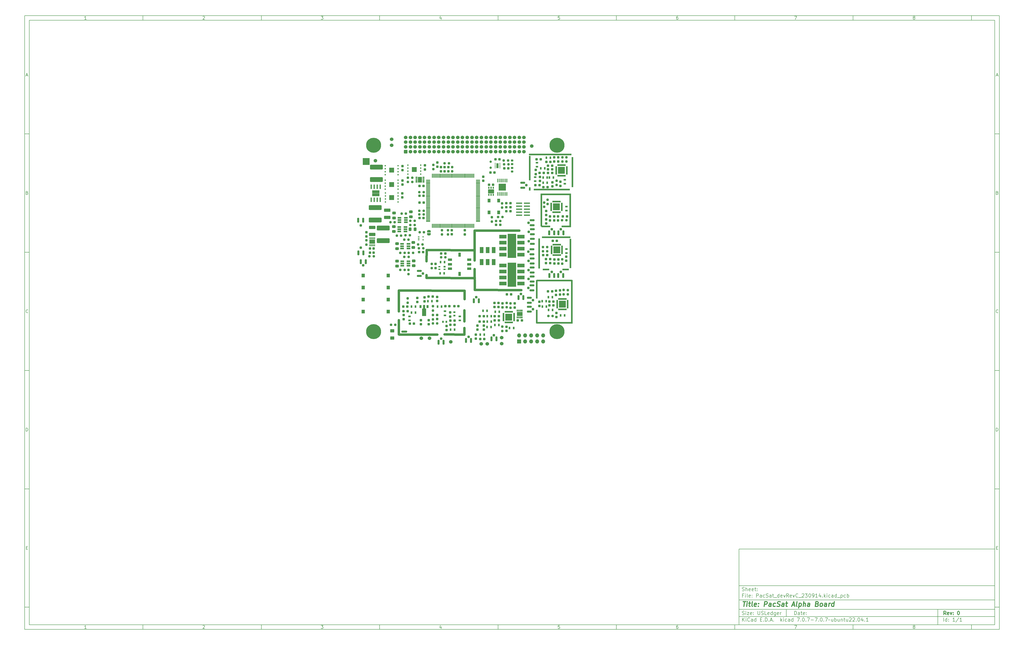
<source format=gbr>
%TF.GenerationSoftware,KiCad,Pcbnew,7.0.7-7.0.7~ubuntu22.04.1*%
%TF.CreationDate,2023-09-14T20:21:40-05:00*%
%TF.ProjectId,PacSat_devRevC_230914,50616353-6174-45f6-9465-76526576435f,0*%
%TF.SameCoordinates,Original*%
%TF.FileFunction,Soldermask,Top*%
%TF.FilePolarity,Negative*%
%FSLAX46Y46*%
G04 Gerber Fmt 4.6, Leading zero omitted, Abs format (unit mm)*
G04 Created by KiCad (PCBNEW 7.0.7-7.0.7~ubuntu22.04.1) date 2023-09-14 20:21:40*
%MOMM*%
%LPD*%
G01*
G04 APERTURE LIST*
G04 Aperture macros list*
%AMRoundRect*
0 Rectangle with rounded corners*
0 $1 Rounding radius*
0 $2 $3 $4 $5 $6 $7 $8 $9 X,Y pos of 4 corners*
0 Add a 4 corners polygon primitive as box body*
4,1,4,$2,$3,$4,$5,$6,$7,$8,$9,$2,$3,0*
0 Add four circle primitives for the rounded corners*
1,1,$1+$1,$2,$3*
1,1,$1+$1,$4,$5*
1,1,$1+$1,$6,$7*
1,1,$1+$1,$8,$9*
0 Add four rect primitives between the rounded corners*
20,1,$1+$1,$2,$3,$4,$5,0*
20,1,$1+$1,$4,$5,$6,$7,0*
20,1,$1+$1,$6,$7,$8,$9,0*
20,1,$1+$1,$8,$9,$2,$3,0*%
%AMFreePoly0*
4,1,9,3.862500,-0.866500,0.737500,-0.866500,0.737500,-0.450000,-0.737500,-0.450000,-0.737500,0.450000,0.737500,0.450000,0.737500,0.866500,3.862500,0.866500,3.862500,-0.866500,3.862500,-0.866500,$1*%
%AMFreePoly1*
4,1,19,0.500000,-0.750000,0.000000,-0.750000,0.000000,-0.744911,-0.071157,-0.744911,-0.207708,-0.704816,-0.327430,-0.627875,-0.420627,-0.520320,-0.479746,-0.390866,-0.500000,-0.250000,-0.500000,0.250000,-0.479746,0.390866,-0.420627,0.520320,-0.327430,0.627875,-0.207708,0.704816,-0.071157,0.744911,0.000000,0.744911,0.000000,0.750000,0.500000,0.750000,0.500000,-0.750000,0.500000,-0.750000,
$1*%
%AMFreePoly2*
4,1,19,0.000000,0.744911,0.071157,0.744911,0.207708,0.704816,0.327430,0.627875,0.420627,0.520320,0.479746,0.390866,0.500000,0.250000,0.500000,-0.250000,0.479746,-0.390866,0.420627,-0.520320,0.327430,-0.627875,0.207708,-0.704816,0.071157,-0.744911,0.000000,-0.744911,0.000000,-0.750000,-0.500000,-0.750000,-0.500000,0.750000,0.000000,0.750000,0.000000,0.744911,0.000000,0.744911,
$1*%
G04 Aperture macros list end*
%ADD10C,0.100000*%
%ADD11C,0.150000*%
%ADD12C,0.300000*%
%ADD13C,0.400000*%
%ADD14C,1.016000*%
%ADD15RoundRect,0.237500X0.237500X-0.300000X0.237500X0.300000X-0.237500X0.300000X-0.237500X-0.300000X0*%
%ADD16RoundRect,0.237500X0.300000X0.237500X-0.300000X0.237500X-0.300000X-0.237500X0.300000X-0.237500X0*%
%ADD17RoundRect,0.237500X-0.237500X0.300000X-0.237500X-0.300000X0.237500X-0.300000X0.237500X0.300000X0*%
%ADD18RoundRect,0.237500X0.237500X-0.287500X0.237500X0.287500X-0.237500X0.287500X-0.237500X-0.287500X0*%
%ADD19RoundRect,0.050800X-0.150000X0.800000X-0.150000X-0.800000X0.150000X-0.800000X0.150000X0.800000X0*%
%ADD20RoundRect,0.050800X-0.800000X-0.150000X0.800000X-0.150000X0.800000X0.150000X-0.800000X0.150000X0*%
%ADD21RoundRect,0.250000X-0.475000X0.337500X-0.475000X-0.337500X0.475000X-0.337500X0.475000X0.337500X0*%
%ADD22RoundRect,0.237500X0.237500X-0.250000X0.237500X0.250000X-0.237500X0.250000X-0.237500X-0.250000X0*%
%ADD23RoundRect,0.237500X-0.300000X-0.237500X0.300000X-0.237500X0.300000X0.237500X-0.300000X0.237500X0*%
%ADD24R,0.660400X1.016000*%
%ADD25R,0.762000X10.414000*%
%ADD26R,18.064480X0.762000*%
%ADD27R,0.762000X1.369060*%
%ADD28R,0.762000X12.700000*%
%ADD29R,15.240000X0.762000*%
%ADD30RoundRect,0.237500X0.250000X0.237500X-0.250000X0.237500X-0.250000X-0.237500X0.250000X-0.237500X0*%
%ADD31RoundRect,0.237500X-0.250000X-0.237500X0.250000X-0.237500X0.250000X0.237500X-0.250000X0.237500X0*%
%ADD32RoundRect,0.249999X-2.450001X0.737501X-2.450001X-0.737501X2.450001X-0.737501X2.450001X0.737501X0*%
%ADD33R,0.900000X1.300000*%
%ADD34FreePoly0,270.000000*%
%ADD35C,1.500000*%
%ADD36R,2.000000X2.000000*%
%ADD37R,0.600000X0.500000*%
%ADD38RoundRect,0.254000X-0.254000X0.254000X-0.254000X-0.254000X0.254000X-0.254000X0.254000X0.254000X0*%
%ADD39RoundRect,0.200000X-0.200000X0.800000X-0.200000X-0.800000X0.200000X-0.800000X0.200000X0.800000X0*%
%ADD40C,1.524000*%
%ADD41RoundRect,0.250001X-0.624999X0.462499X-0.624999X-0.462499X0.624999X-0.462499X0.624999X0.462499X0*%
%ADD42RoundRect,0.050000X1.195000X-0.800000X1.195000X0.800000X-1.195000X0.800000X-1.195000X-0.800000X0*%
%ADD43RoundRect,0.050000X0.230000X-0.355000X0.230000X0.355000X-0.230000X0.355000X-0.230000X-0.355000X0*%
%ADD44RoundRect,0.062500X-0.300000X-0.062500X0.300000X-0.062500X0.300000X0.062500X-0.300000X0.062500X0*%
%ADD45R,0.900000X2.000000*%
%ADD46C,6.350000*%
%ADD47RoundRect,0.290840X-0.471160X-0.471160X0.471160X-0.471160X0.471160X0.471160X-0.471160X0.471160X0*%
%ADD48RoundRect,0.050000X1.175000X-0.790000X1.175000X0.790000X-1.175000X0.790000X-1.175000X-0.790000X0*%
%ADD49RoundRect,0.050000X0.150000X-0.350000X0.150000X0.350000X-0.150000X0.350000X-0.150000X-0.350000X0*%
%ADD50R,0.900000X0.700000*%
%ADD51R,1.016000X0.660400*%
%ADD52RoundRect,0.237500X-0.237500X0.250000X-0.237500X-0.250000X0.237500X-0.250000X0.237500X0.250000X0*%
%ADD53R,1.397000X1.524000*%
%ADD54R,1.560000X0.650000*%
%ADD55RoundRect,0.250000X0.475000X-0.337500X0.475000X0.337500X-0.475000X0.337500X-0.475000X-0.337500X0*%
%ADD56R,1.650000X2.540000*%
%ADD57RoundRect,0.250001X1.074999X-0.462499X1.074999X0.462499X-1.074999X0.462499X-1.074999X-0.462499X0*%
%ADD58R,3.810000X0.762000*%
%ADD59R,0.762000X13.970000*%
%ADD60R,12.954000X0.762000*%
%ADD61R,0.939800X0.508000*%
%ADD62R,0.939800X0.787400*%
%ADD63RoundRect,0.218750X-0.256250X0.218750X-0.256250X-0.218750X0.256250X-0.218750X0.256250X0.218750X0*%
%ADD64RoundRect,0.250000X0.337500X0.475000X-0.337500X0.475000X-0.337500X-0.475000X0.337500X-0.475000X0*%
%ADD65RoundRect,0.030000X-1.397000X-1.397000X1.397000X-1.397000X1.397000X1.397000X-1.397000X1.397000X0*%
%ADD66RoundRect,0.030000X-0.325000X-0.175000X0.325000X-0.175000X0.325000X0.175000X-0.325000X0.175000X0*%
%ADD67RoundRect,0.030000X-0.175000X-0.325000X0.175000X-0.325000X0.175000X0.325000X-0.175000X0.325000X0*%
%ADD68FreePoly1,270.000000*%
%ADD69FreePoly2,270.000000*%
%ADD70RoundRect,0.050000X-1.175000X0.790000X-1.175000X-0.790000X1.175000X-0.790000X1.175000X0.790000X0*%
%ADD71RoundRect,0.050000X-0.175000X0.350000X-0.175000X-0.350000X0.175000X-0.350000X0.175000X0.350000X0*%
%ADD72R,3.100000X3.000000*%
%ADD73RoundRect,0.100000X0.100000X-0.687500X0.100000X0.687500X-0.100000X0.687500X-0.100000X-0.687500X0*%
%ADD74O,2.540000X0.889000*%
%ADD75R,14.935200X0.762000*%
%ADD76R,0.762000X5.740400*%
%ADD77R,0.762000X7.874000*%
%ADD78R,0.762000X18.542000*%
%ADD79RoundRect,0.249999X2.450001X-0.737501X2.450001X0.737501X-2.450001X0.737501X-2.450001X-0.737501X0*%
%ADD80C,1.000000*%
%ADD81R,0.650000X0.400000*%
%ADD82R,2.540000X0.508000*%
%ADD83R,0.700000X0.900000*%
%ADD84RoundRect,0.050000X-0.790000X-1.175000X0.790000X-1.175000X0.790000X1.175000X-0.790000X1.175000X0*%
%ADD85RoundRect,0.050000X-0.350000X-0.175000X0.350000X-0.175000X0.350000X0.175000X-0.350000X0.175000X0*%
%ADD86R,3.048000X1.524000*%
%ADD87R,3.556000X10.160000*%
%ADD88RoundRect,0.250001X-1.074999X0.462499X-1.074999X-0.462499X1.074999X-0.462499X1.074999X0.462499X0*%
%ADD89RoundRect,0.030000X1.397000X-1.397000X1.397000X1.397000X-1.397000X1.397000X-1.397000X-1.397000X0*%
%ADD90RoundRect,0.030000X0.175000X-0.325000X0.175000X0.325000X-0.175000X0.325000X-0.175000X-0.325000X0*%
%ADD91RoundRect,0.030000X0.325000X-0.175000X0.325000X0.175000X-0.325000X0.175000X-0.325000X-0.175000X0*%
%ADD92R,2.794000X0.762000*%
%ADD93R,12.090400X0.762000*%
%ADD94R,0.762000X12.446000*%
%ADD95RoundRect,0.254000X0.254000X-0.254000X0.254000X0.254000X-0.254000X0.254000X-0.254000X-0.254000X0*%
%ADD96RoundRect,0.200000X0.200000X-0.800000X0.200000X0.800000X-0.200000X0.800000X-0.200000X-0.800000X0*%
%ADD97R,1.778000X1.016000*%
%ADD98R,1.016000X1.778000*%
%ADD99R,1.300000X1.600000*%
%ADD100R,0.610000X1.910000*%
%ADD101R,1.550000X1.205000*%
%ADD102R,1.700000X1.700000*%
%ADD103O,1.700000X1.700000*%
%ADD104RoundRect,0.254000X0.254000X0.254000X-0.254000X0.254000X-0.254000X-0.254000X0.254000X-0.254000X0*%
%ADD105RoundRect,0.200000X0.800000X0.200000X-0.800000X0.200000X-0.800000X-0.200000X0.800000X-0.200000X0*%
%ADD106RoundRect,0.254000X-0.254000X-0.254000X0.254000X-0.254000X0.254000X0.254000X-0.254000X0.254000X0*%
%ADD107RoundRect,0.200000X-0.800000X-0.200000X0.800000X-0.200000X0.800000X0.200000X-0.800000X0.200000X0*%
G04 APERTURE END LIST*
D10*
D11*
X311800000Y-235400000D02*
X419800000Y-235400000D01*
X419800000Y-267400000D01*
X311800000Y-267400000D01*
X311800000Y-235400000D01*
D10*
D11*
X10000000Y-10000000D02*
X421800000Y-10000000D01*
X421800000Y-269400000D01*
X10000000Y-269400000D01*
X10000000Y-10000000D01*
D10*
D11*
X12000000Y-12000000D02*
X419800000Y-12000000D01*
X419800000Y-267400000D01*
X12000000Y-267400000D01*
X12000000Y-12000000D01*
D10*
D11*
X60000000Y-12000000D02*
X60000000Y-10000000D01*
D10*
D11*
X110000000Y-12000000D02*
X110000000Y-10000000D01*
D10*
D11*
X160000000Y-12000000D02*
X160000000Y-10000000D01*
D10*
D11*
X210000000Y-12000000D02*
X210000000Y-10000000D01*
D10*
D11*
X260000000Y-12000000D02*
X260000000Y-10000000D01*
D10*
D11*
X310000000Y-12000000D02*
X310000000Y-10000000D01*
D10*
D11*
X360000000Y-12000000D02*
X360000000Y-10000000D01*
D10*
D11*
X410000000Y-12000000D02*
X410000000Y-10000000D01*
D10*
D11*
X36089160Y-11593604D02*
X35346303Y-11593604D01*
X35717731Y-11593604D02*
X35717731Y-10293604D01*
X35717731Y-10293604D02*
X35593922Y-10479319D01*
X35593922Y-10479319D02*
X35470112Y-10603128D01*
X35470112Y-10603128D02*
X35346303Y-10665033D01*
D10*
D11*
X85346303Y-10417414D02*
X85408207Y-10355509D01*
X85408207Y-10355509D02*
X85532017Y-10293604D01*
X85532017Y-10293604D02*
X85841541Y-10293604D01*
X85841541Y-10293604D02*
X85965350Y-10355509D01*
X85965350Y-10355509D02*
X86027255Y-10417414D01*
X86027255Y-10417414D02*
X86089160Y-10541223D01*
X86089160Y-10541223D02*
X86089160Y-10665033D01*
X86089160Y-10665033D02*
X86027255Y-10850747D01*
X86027255Y-10850747D02*
X85284398Y-11593604D01*
X85284398Y-11593604D02*
X86089160Y-11593604D01*
D10*
D11*
X135284398Y-10293604D02*
X136089160Y-10293604D01*
X136089160Y-10293604D02*
X135655826Y-10788842D01*
X135655826Y-10788842D02*
X135841541Y-10788842D01*
X135841541Y-10788842D02*
X135965350Y-10850747D01*
X135965350Y-10850747D02*
X136027255Y-10912652D01*
X136027255Y-10912652D02*
X136089160Y-11036461D01*
X136089160Y-11036461D02*
X136089160Y-11345985D01*
X136089160Y-11345985D02*
X136027255Y-11469795D01*
X136027255Y-11469795D02*
X135965350Y-11531700D01*
X135965350Y-11531700D02*
X135841541Y-11593604D01*
X135841541Y-11593604D02*
X135470112Y-11593604D01*
X135470112Y-11593604D02*
X135346303Y-11531700D01*
X135346303Y-11531700D02*
X135284398Y-11469795D01*
D10*
D11*
X185965350Y-10726938D02*
X185965350Y-11593604D01*
X185655826Y-10231700D02*
X185346303Y-11160271D01*
X185346303Y-11160271D02*
X186151064Y-11160271D01*
D10*
D11*
X236027255Y-10293604D02*
X235408207Y-10293604D01*
X235408207Y-10293604D02*
X235346303Y-10912652D01*
X235346303Y-10912652D02*
X235408207Y-10850747D01*
X235408207Y-10850747D02*
X235532017Y-10788842D01*
X235532017Y-10788842D02*
X235841541Y-10788842D01*
X235841541Y-10788842D02*
X235965350Y-10850747D01*
X235965350Y-10850747D02*
X236027255Y-10912652D01*
X236027255Y-10912652D02*
X236089160Y-11036461D01*
X236089160Y-11036461D02*
X236089160Y-11345985D01*
X236089160Y-11345985D02*
X236027255Y-11469795D01*
X236027255Y-11469795D02*
X235965350Y-11531700D01*
X235965350Y-11531700D02*
X235841541Y-11593604D01*
X235841541Y-11593604D02*
X235532017Y-11593604D01*
X235532017Y-11593604D02*
X235408207Y-11531700D01*
X235408207Y-11531700D02*
X235346303Y-11469795D01*
D10*
D11*
X285965350Y-10293604D02*
X285717731Y-10293604D01*
X285717731Y-10293604D02*
X285593922Y-10355509D01*
X285593922Y-10355509D02*
X285532017Y-10417414D01*
X285532017Y-10417414D02*
X285408207Y-10603128D01*
X285408207Y-10603128D02*
X285346303Y-10850747D01*
X285346303Y-10850747D02*
X285346303Y-11345985D01*
X285346303Y-11345985D02*
X285408207Y-11469795D01*
X285408207Y-11469795D02*
X285470112Y-11531700D01*
X285470112Y-11531700D02*
X285593922Y-11593604D01*
X285593922Y-11593604D02*
X285841541Y-11593604D01*
X285841541Y-11593604D02*
X285965350Y-11531700D01*
X285965350Y-11531700D02*
X286027255Y-11469795D01*
X286027255Y-11469795D02*
X286089160Y-11345985D01*
X286089160Y-11345985D02*
X286089160Y-11036461D01*
X286089160Y-11036461D02*
X286027255Y-10912652D01*
X286027255Y-10912652D02*
X285965350Y-10850747D01*
X285965350Y-10850747D02*
X285841541Y-10788842D01*
X285841541Y-10788842D02*
X285593922Y-10788842D01*
X285593922Y-10788842D02*
X285470112Y-10850747D01*
X285470112Y-10850747D02*
X285408207Y-10912652D01*
X285408207Y-10912652D02*
X285346303Y-11036461D01*
D10*
D11*
X335284398Y-10293604D02*
X336151064Y-10293604D01*
X336151064Y-10293604D02*
X335593922Y-11593604D01*
D10*
D11*
X385593922Y-10850747D02*
X385470112Y-10788842D01*
X385470112Y-10788842D02*
X385408207Y-10726938D01*
X385408207Y-10726938D02*
X385346303Y-10603128D01*
X385346303Y-10603128D02*
X385346303Y-10541223D01*
X385346303Y-10541223D02*
X385408207Y-10417414D01*
X385408207Y-10417414D02*
X385470112Y-10355509D01*
X385470112Y-10355509D02*
X385593922Y-10293604D01*
X385593922Y-10293604D02*
X385841541Y-10293604D01*
X385841541Y-10293604D02*
X385965350Y-10355509D01*
X385965350Y-10355509D02*
X386027255Y-10417414D01*
X386027255Y-10417414D02*
X386089160Y-10541223D01*
X386089160Y-10541223D02*
X386089160Y-10603128D01*
X386089160Y-10603128D02*
X386027255Y-10726938D01*
X386027255Y-10726938D02*
X385965350Y-10788842D01*
X385965350Y-10788842D02*
X385841541Y-10850747D01*
X385841541Y-10850747D02*
X385593922Y-10850747D01*
X385593922Y-10850747D02*
X385470112Y-10912652D01*
X385470112Y-10912652D02*
X385408207Y-10974557D01*
X385408207Y-10974557D02*
X385346303Y-11098366D01*
X385346303Y-11098366D02*
X385346303Y-11345985D01*
X385346303Y-11345985D02*
X385408207Y-11469795D01*
X385408207Y-11469795D02*
X385470112Y-11531700D01*
X385470112Y-11531700D02*
X385593922Y-11593604D01*
X385593922Y-11593604D02*
X385841541Y-11593604D01*
X385841541Y-11593604D02*
X385965350Y-11531700D01*
X385965350Y-11531700D02*
X386027255Y-11469795D01*
X386027255Y-11469795D02*
X386089160Y-11345985D01*
X386089160Y-11345985D02*
X386089160Y-11098366D01*
X386089160Y-11098366D02*
X386027255Y-10974557D01*
X386027255Y-10974557D02*
X385965350Y-10912652D01*
X385965350Y-10912652D02*
X385841541Y-10850747D01*
D10*
D11*
X60000000Y-267400000D02*
X60000000Y-269400000D01*
D10*
D11*
X110000000Y-267400000D02*
X110000000Y-269400000D01*
D10*
D11*
X160000000Y-267400000D02*
X160000000Y-269400000D01*
D10*
D11*
X210000000Y-267400000D02*
X210000000Y-269400000D01*
D10*
D11*
X260000000Y-267400000D02*
X260000000Y-269400000D01*
D10*
D11*
X310000000Y-267400000D02*
X310000000Y-269400000D01*
D10*
D11*
X360000000Y-267400000D02*
X360000000Y-269400000D01*
D10*
D11*
X410000000Y-267400000D02*
X410000000Y-269400000D01*
D10*
D11*
X36089160Y-268993604D02*
X35346303Y-268993604D01*
X35717731Y-268993604D02*
X35717731Y-267693604D01*
X35717731Y-267693604D02*
X35593922Y-267879319D01*
X35593922Y-267879319D02*
X35470112Y-268003128D01*
X35470112Y-268003128D02*
X35346303Y-268065033D01*
D10*
D11*
X85346303Y-267817414D02*
X85408207Y-267755509D01*
X85408207Y-267755509D02*
X85532017Y-267693604D01*
X85532017Y-267693604D02*
X85841541Y-267693604D01*
X85841541Y-267693604D02*
X85965350Y-267755509D01*
X85965350Y-267755509D02*
X86027255Y-267817414D01*
X86027255Y-267817414D02*
X86089160Y-267941223D01*
X86089160Y-267941223D02*
X86089160Y-268065033D01*
X86089160Y-268065033D02*
X86027255Y-268250747D01*
X86027255Y-268250747D02*
X85284398Y-268993604D01*
X85284398Y-268993604D02*
X86089160Y-268993604D01*
D10*
D11*
X135284398Y-267693604D02*
X136089160Y-267693604D01*
X136089160Y-267693604D02*
X135655826Y-268188842D01*
X135655826Y-268188842D02*
X135841541Y-268188842D01*
X135841541Y-268188842D02*
X135965350Y-268250747D01*
X135965350Y-268250747D02*
X136027255Y-268312652D01*
X136027255Y-268312652D02*
X136089160Y-268436461D01*
X136089160Y-268436461D02*
X136089160Y-268745985D01*
X136089160Y-268745985D02*
X136027255Y-268869795D01*
X136027255Y-268869795D02*
X135965350Y-268931700D01*
X135965350Y-268931700D02*
X135841541Y-268993604D01*
X135841541Y-268993604D02*
X135470112Y-268993604D01*
X135470112Y-268993604D02*
X135346303Y-268931700D01*
X135346303Y-268931700D02*
X135284398Y-268869795D01*
D10*
D11*
X185965350Y-268126938D02*
X185965350Y-268993604D01*
X185655826Y-267631700D02*
X185346303Y-268560271D01*
X185346303Y-268560271D02*
X186151064Y-268560271D01*
D10*
D11*
X236027255Y-267693604D02*
X235408207Y-267693604D01*
X235408207Y-267693604D02*
X235346303Y-268312652D01*
X235346303Y-268312652D02*
X235408207Y-268250747D01*
X235408207Y-268250747D02*
X235532017Y-268188842D01*
X235532017Y-268188842D02*
X235841541Y-268188842D01*
X235841541Y-268188842D02*
X235965350Y-268250747D01*
X235965350Y-268250747D02*
X236027255Y-268312652D01*
X236027255Y-268312652D02*
X236089160Y-268436461D01*
X236089160Y-268436461D02*
X236089160Y-268745985D01*
X236089160Y-268745985D02*
X236027255Y-268869795D01*
X236027255Y-268869795D02*
X235965350Y-268931700D01*
X235965350Y-268931700D02*
X235841541Y-268993604D01*
X235841541Y-268993604D02*
X235532017Y-268993604D01*
X235532017Y-268993604D02*
X235408207Y-268931700D01*
X235408207Y-268931700D02*
X235346303Y-268869795D01*
D10*
D11*
X285965350Y-267693604D02*
X285717731Y-267693604D01*
X285717731Y-267693604D02*
X285593922Y-267755509D01*
X285593922Y-267755509D02*
X285532017Y-267817414D01*
X285532017Y-267817414D02*
X285408207Y-268003128D01*
X285408207Y-268003128D02*
X285346303Y-268250747D01*
X285346303Y-268250747D02*
X285346303Y-268745985D01*
X285346303Y-268745985D02*
X285408207Y-268869795D01*
X285408207Y-268869795D02*
X285470112Y-268931700D01*
X285470112Y-268931700D02*
X285593922Y-268993604D01*
X285593922Y-268993604D02*
X285841541Y-268993604D01*
X285841541Y-268993604D02*
X285965350Y-268931700D01*
X285965350Y-268931700D02*
X286027255Y-268869795D01*
X286027255Y-268869795D02*
X286089160Y-268745985D01*
X286089160Y-268745985D02*
X286089160Y-268436461D01*
X286089160Y-268436461D02*
X286027255Y-268312652D01*
X286027255Y-268312652D02*
X285965350Y-268250747D01*
X285965350Y-268250747D02*
X285841541Y-268188842D01*
X285841541Y-268188842D02*
X285593922Y-268188842D01*
X285593922Y-268188842D02*
X285470112Y-268250747D01*
X285470112Y-268250747D02*
X285408207Y-268312652D01*
X285408207Y-268312652D02*
X285346303Y-268436461D01*
D10*
D11*
X335284398Y-267693604D02*
X336151064Y-267693604D01*
X336151064Y-267693604D02*
X335593922Y-268993604D01*
D10*
D11*
X385593922Y-268250747D02*
X385470112Y-268188842D01*
X385470112Y-268188842D02*
X385408207Y-268126938D01*
X385408207Y-268126938D02*
X385346303Y-268003128D01*
X385346303Y-268003128D02*
X385346303Y-267941223D01*
X385346303Y-267941223D02*
X385408207Y-267817414D01*
X385408207Y-267817414D02*
X385470112Y-267755509D01*
X385470112Y-267755509D02*
X385593922Y-267693604D01*
X385593922Y-267693604D02*
X385841541Y-267693604D01*
X385841541Y-267693604D02*
X385965350Y-267755509D01*
X385965350Y-267755509D02*
X386027255Y-267817414D01*
X386027255Y-267817414D02*
X386089160Y-267941223D01*
X386089160Y-267941223D02*
X386089160Y-268003128D01*
X386089160Y-268003128D02*
X386027255Y-268126938D01*
X386027255Y-268126938D02*
X385965350Y-268188842D01*
X385965350Y-268188842D02*
X385841541Y-268250747D01*
X385841541Y-268250747D02*
X385593922Y-268250747D01*
X385593922Y-268250747D02*
X385470112Y-268312652D01*
X385470112Y-268312652D02*
X385408207Y-268374557D01*
X385408207Y-268374557D02*
X385346303Y-268498366D01*
X385346303Y-268498366D02*
X385346303Y-268745985D01*
X385346303Y-268745985D02*
X385408207Y-268869795D01*
X385408207Y-268869795D02*
X385470112Y-268931700D01*
X385470112Y-268931700D02*
X385593922Y-268993604D01*
X385593922Y-268993604D02*
X385841541Y-268993604D01*
X385841541Y-268993604D02*
X385965350Y-268931700D01*
X385965350Y-268931700D02*
X386027255Y-268869795D01*
X386027255Y-268869795D02*
X386089160Y-268745985D01*
X386089160Y-268745985D02*
X386089160Y-268498366D01*
X386089160Y-268498366D02*
X386027255Y-268374557D01*
X386027255Y-268374557D02*
X385965350Y-268312652D01*
X385965350Y-268312652D02*
X385841541Y-268250747D01*
D10*
D11*
X10000000Y-60000000D02*
X12000000Y-60000000D01*
D10*
D11*
X10000000Y-110000000D02*
X12000000Y-110000000D01*
D10*
D11*
X10000000Y-160000000D02*
X12000000Y-160000000D01*
D10*
D11*
X10000000Y-210000000D02*
X12000000Y-210000000D01*
D10*
D11*
X10000000Y-260000000D02*
X12000000Y-260000000D01*
D10*
D11*
X10690476Y-35222176D02*
X11309523Y-35222176D01*
X10566666Y-35593604D02*
X10999999Y-34293604D01*
X10999999Y-34293604D02*
X11433333Y-35593604D01*
D10*
D11*
X11092857Y-84912652D02*
X11278571Y-84974557D01*
X11278571Y-84974557D02*
X11340476Y-85036461D01*
X11340476Y-85036461D02*
X11402380Y-85160271D01*
X11402380Y-85160271D02*
X11402380Y-85345985D01*
X11402380Y-85345985D02*
X11340476Y-85469795D01*
X11340476Y-85469795D02*
X11278571Y-85531700D01*
X11278571Y-85531700D02*
X11154761Y-85593604D01*
X11154761Y-85593604D02*
X10659523Y-85593604D01*
X10659523Y-85593604D02*
X10659523Y-84293604D01*
X10659523Y-84293604D02*
X11092857Y-84293604D01*
X11092857Y-84293604D02*
X11216666Y-84355509D01*
X11216666Y-84355509D02*
X11278571Y-84417414D01*
X11278571Y-84417414D02*
X11340476Y-84541223D01*
X11340476Y-84541223D02*
X11340476Y-84665033D01*
X11340476Y-84665033D02*
X11278571Y-84788842D01*
X11278571Y-84788842D02*
X11216666Y-84850747D01*
X11216666Y-84850747D02*
X11092857Y-84912652D01*
X11092857Y-84912652D02*
X10659523Y-84912652D01*
D10*
D11*
X11402380Y-135469795D02*
X11340476Y-135531700D01*
X11340476Y-135531700D02*
X11154761Y-135593604D01*
X11154761Y-135593604D02*
X11030952Y-135593604D01*
X11030952Y-135593604D02*
X10845238Y-135531700D01*
X10845238Y-135531700D02*
X10721428Y-135407890D01*
X10721428Y-135407890D02*
X10659523Y-135284080D01*
X10659523Y-135284080D02*
X10597619Y-135036461D01*
X10597619Y-135036461D02*
X10597619Y-134850747D01*
X10597619Y-134850747D02*
X10659523Y-134603128D01*
X10659523Y-134603128D02*
X10721428Y-134479319D01*
X10721428Y-134479319D02*
X10845238Y-134355509D01*
X10845238Y-134355509D02*
X11030952Y-134293604D01*
X11030952Y-134293604D02*
X11154761Y-134293604D01*
X11154761Y-134293604D02*
X11340476Y-134355509D01*
X11340476Y-134355509D02*
X11402380Y-134417414D01*
D10*
D11*
X10659523Y-185593604D02*
X10659523Y-184293604D01*
X10659523Y-184293604D02*
X10969047Y-184293604D01*
X10969047Y-184293604D02*
X11154761Y-184355509D01*
X11154761Y-184355509D02*
X11278571Y-184479319D01*
X11278571Y-184479319D02*
X11340476Y-184603128D01*
X11340476Y-184603128D02*
X11402380Y-184850747D01*
X11402380Y-184850747D02*
X11402380Y-185036461D01*
X11402380Y-185036461D02*
X11340476Y-185284080D01*
X11340476Y-185284080D02*
X11278571Y-185407890D01*
X11278571Y-185407890D02*
X11154761Y-185531700D01*
X11154761Y-185531700D02*
X10969047Y-185593604D01*
X10969047Y-185593604D02*
X10659523Y-185593604D01*
D10*
D11*
X10721428Y-234912652D02*
X11154762Y-234912652D01*
X11340476Y-235593604D02*
X10721428Y-235593604D01*
X10721428Y-235593604D02*
X10721428Y-234293604D01*
X10721428Y-234293604D02*
X11340476Y-234293604D01*
D10*
D11*
X421800000Y-60000000D02*
X419800000Y-60000000D01*
D10*
D11*
X421800000Y-110000000D02*
X419800000Y-110000000D01*
D10*
D11*
X421800000Y-160000000D02*
X419800000Y-160000000D01*
D10*
D11*
X421800000Y-210000000D02*
X419800000Y-210000000D01*
D10*
D11*
X421800000Y-260000000D02*
X419800000Y-260000000D01*
D10*
D11*
X420490476Y-35222176D02*
X421109523Y-35222176D01*
X420366666Y-35593604D02*
X420799999Y-34293604D01*
X420799999Y-34293604D02*
X421233333Y-35593604D01*
D10*
D11*
X420892857Y-84912652D02*
X421078571Y-84974557D01*
X421078571Y-84974557D02*
X421140476Y-85036461D01*
X421140476Y-85036461D02*
X421202380Y-85160271D01*
X421202380Y-85160271D02*
X421202380Y-85345985D01*
X421202380Y-85345985D02*
X421140476Y-85469795D01*
X421140476Y-85469795D02*
X421078571Y-85531700D01*
X421078571Y-85531700D02*
X420954761Y-85593604D01*
X420954761Y-85593604D02*
X420459523Y-85593604D01*
X420459523Y-85593604D02*
X420459523Y-84293604D01*
X420459523Y-84293604D02*
X420892857Y-84293604D01*
X420892857Y-84293604D02*
X421016666Y-84355509D01*
X421016666Y-84355509D02*
X421078571Y-84417414D01*
X421078571Y-84417414D02*
X421140476Y-84541223D01*
X421140476Y-84541223D02*
X421140476Y-84665033D01*
X421140476Y-84665033D02*
X421078571Y-84788842D01*
X421078571Y-84788842D02*
X421016666Y-84850747D01*
X421016666Y-84850747D02*
X420892857Y-84912652D01*
X420892857Y-84912652D02*
X420459523Y-84912652D01*
D10*
D11*
X421202380Y-135469795D02*
X421140476Y-135531700D01*
X421140476Y-135531700D02*
X420954761Y-135593604D01*
X420954761Y-135593604D02*
X420830952Y-135593604D01*
X420830952Y-135593604D02*
X420645238Y-135531700D01*
X420645238Y-135531700D02*
X420521428Y-135407890D01*
X420521428Y-135407890D02*
X420459523Y-135284080D01*
X420459523Y-135284080D02*
X420397619Y-135036461D01*
X420397619Y-135036461D02*
X420397619Y-134850747D01*
X420397619Y-134850747D02*
X420459523Y-134603128D01*
X420459523Y-134603128D02*
X420521428Y-134479319D01*
X420521428Y-134479319D02*
X420645238Y-134355509D01*
X420645238Y-134355509D02*
X420830952Y-134293604D01*
X420830952Y-134293604D02*
X420954761Y-134293604D01*
X420954761Y-134293604D02*
X421140476Y-134355509D01*
X421140476Y-134355509D02*
X421202380Y-134417414D01*
D10*
D11*
X420459523Y-185593604D02*
X420459523Y-184293604D01*
X420459523Y-184293604D02*
X420769047Y-184293604D01*
X420769047Y-184293604D02*
X420954761Y-184355509D01*
X420954761Y-184355509D02*
X421078571Y-184479319D01*
X421078571Y-184479319D02*
X421140476Y-184603128D01*
X421140476Y-184603128D02*
X421202380Y-184850747D01*
X421202380Y-184850747D02*
X421202380Y-185036461D01*
X421202380Y-185036461D02*
X421140476Y-185284080D01*
X421140476Y-185284080D02*
X421078571Y-185407890D01*
X421078571Y-185407890D02*
X420954761Y-185531700D01*
X420954761Y-185531700D02*
X420769047Y-185593604D01*
X420769047Y-185593604D02*
X420459523Y-185593604D01*
D10*
D11*
X420521428Y-234912652D02*
X420954762Y-234912652D01*
X421140476Y-235593604D02*
X420521428Y-235593604D01*
X420521428Y-235593604D02*
X420521428Y-234293604D01*
X420521428Y-234293604D02*
X421140476Y-234293604D01*
D10*
D11*
X335255826Y-263186128D02*
X335255826Y-261686128D01*
X335255826Y-261686128D02*
X335612969Y-261686128D01*
X335612969Y-261686128D02*
X335827255Y-261757557D01*
X335827255Y-261757557D02*
X335970112Y-261900414D01*
X335970112Y-261900414D02*
X336041541Y-262043271D01*
X336041541Y-262043271D02*
X336112969Y-262328985D01*
X336112969Y-262328985D02*
X336112969Y-262543271D01*
X336112969Y-262543271D02*
X336041541Y-262828985D01*
X336041541Y-262828985D02*
X335970112Y-262971842D01*
X335970112Y-262971842D02*
X335827255Y-263114700D01*
X335827255Y-263114700D02*
X335612969Y-263186128D01*
X335612969Y-263186128D02*
X335255826Y-263186128D01*
X337398684Y-263186128D02*
X337398684Y-262400414D01*
X337398684Y-262400414D02*
X337327255Y-262257557D01*
X337327255Y-262257557D02*
X337184398Y-262186128D01*
X337184398Y-262186128D02*
X336898684Y-262186128D01*
X336898684Y-262186128D02*
X336755826Y-262257557D01*
X337398684Y-263114700D02*
X337255826Y-263186128D01*
X337255826Y-263186128D02*
X336898684Y-263186128D01*
X336898684Y-263186128D02*
X336755826Y-263114700D01*
X336755826Y-263114700D02*
X336684398Y-262971842D01*
X336684398Y-262971842D02*
X336684398Y-262828985D01*
X336684398Y-262828985D02*
X336755826Y-262686128D01*
X336755826Y-262686128D02*
X336898684Y-262614700D01*
X336898684Y-262614700D02*
X337255826Y-262614700D01*
X337255826Y-262614700D02*
X337398684Y-262543271D01*
X337898684Y-262186128D02*
X338470112Y-262186128D01*
X338112969Y-261686128D02*
X338112969Y-262971842D01*
X338112969Y-262971842D02*
X338184398Y-263114700D01*
X338184398Y-263114700D02*
X338327255Y-263186128D01*
X338327255Y-263186128D02*
X338470112Y-263186128D01*
X339541541Y-263114700D02*
X339398684Y-263186128D01*
X339398684Y-263186128D02*
X339112970Y-263186128D01*
X339112970Y-263186128D02*
X338970112Y-263114700D01*
X338970112Y-263114700D02*
X338898684Y-262971842D01*
X338898684Y-262971842D02*
X338898684Y-262400414D01*
X338898684Y-262400414D02*
X338970112Y-262257557D01*
X338970112Y-262257557D02*
X339112970Y-262186128D01*
X339112970Y-262186128D02*
X339398684Y-262186128D01*
X339398684Y-262186128D02*
X339541541Y-262257557D01*
X339541541Y-262257557D02*
X339612970Y-262400414D01*
X339612970Y-262400414D02*
X339612970Y-262543271D01*
X339612970Y-262543271D02*
X338898684Y-262686128D01*
X340255826Y-263043271D02*
X340327255Y-263114700D01*
X340327255Y-263114700D02*
X340255826Y-263186128D01*
X340255826Y-263186128D02*
X340184398Y-263114700D01*
X340184398Y-263114700D02*
X340255826Y-263043271D01*
X340255826Y-263043271D02*
X340255826Y-263186128D01*
X340255826Y-262257557D02*
X340327255Y-262328985D01*
X340327255Y-262328985D02*
X340255826Y-262400414D01*
X340255826Y-262400414D02*
X340184398Y-262328985D01*
X340184398Y-262328985D02*
X340255826Y-262257557D01*
X340255826Y-262257557D02*
X340255826Y-262400414D01*
D10*
D11*
X311800000Y-263900000D02*
X419800000Y-263900000D01*
D10*
D11*
X313255826Y-265986128D02*
X313255826Y-264486128D01*
X314112969Y-265986128D02*
X313470112Y-265128985D01*
X314112969Y-264486128D02*
X313255826Y-265343271D01*
X314755826Y-265986128D02*
X314755826Y-264986128D01*
X314755826Y-264486128D02*
X314684398Y-264557557D01*
X314684398Y-264557557D02*
X314755826Y-264628985D01*
X314755826Y-264628985D02*
X314827255Y-264557557D01*
X314827255Y-264557557D02*
X314755826Y-264486128D01*
X314755826Y-264486128D02*
X314755826Y-264628985D01*
X316327255Y-265843271D02*
X316255827Y-265914700D01*
X316255827Y-265914700D02*
X316041541Y-265986128D01*
X316041541Y-265986128D02*
X315898684Y-265986128D01*
X315898684Y-265986128D02*
X315684398Y-265914700D01*
X315684398Y-265914700D02*
X315541541Y-265771842D01*
X315541541Y-265771842D02*
X315470112Y-265628985D01*
X315470112Y-265628985D02*
X315398684Y-265343271D01*
X315398684Y-265343271D02*
X315398684Y-265128985D01*
X315398684Y-265128985D02*
X315470112Y-264843271D01*
X315470112Y-264843271D02*
X315541541Y-264700414D01*
X315541541Y-264700414D02*
X315684398Y-264557557D01*
X315684398Y-264557557D02*
X315898684Y-264486128D01*
X315898684Y-264486128D02*
X316041541Y-264486128D01*
X316041541Y-264486128D02*
X316255827Y-264557557D01*
X316255827Y-264557557D02*
X316327255Y-264628985D01*
X317612970Y-265986128D02*
X317612970Y-265200414D01*
X317612970Y-265200414D02*
X317541541Y-265057557D01*
X317541541Y-265057557D02*
X317398684Y-264986128D01*
X317398684Y-264986128D02*
X317112970Y-264986128D01*
X317112970Y-264986128D02*
X316970112Y-265057557D01*
X317612970Y-265914700D02*
X317470112Y-265986128D01*
X317470112Y-265986128D02*
X317112970Y-265986128D01*
X317112970Y-265986128D02*
X316970112Y-265914700D01*
X316970112Y-265914700D02*
X316898684Y-265771842D01*
X316898684Y-265771842D02*
X316898684Y-265628985D01*
X316898684Y-265628985D02*
X316970112Y-265486128D01*
X316970112Y-265486128D02*
X317112970Y-265414700D01*
X317112970Y-265414700D02*
X317470112Y-265414700D01*
X317470112Y-265414700D02*
X317612970Y-265343271D01*
X318970113Y-265986128D02*
X318970113Y-264486128D01*
X318970113Y-265914700D02*
X318827255Y-265986128D01*
X318827255Y-265986128D02*
X318541541Y-265986128D01*
X318541541Y-265986128D02*
X318398684Y-265914700D01*
X318398684Y-265914700D02*
X318327255Y-265843271D01*
X318327255Y-265843271D02*
X318255827Y-265700414D01*
X318255827Y-265700414D02*
X318255827Y-265271842D01*
X318255827Y-265271842D02*
X318327255Y-265128985D01*
X318327255Y-265128985D02*
X318398684Y-265057557D01*
X318398684Y-265057557D02*
X318541541Y-264986128D01*
X318541541Y-264986128D02*
X318827255Y-264986128D01*
X318827255Y-264986128D02*
X318970113Y-265057557D01*
X320827255Y-265200414D02*
X321327255Y-265200414D01*
X321541541Y-265986128D02*
X320827255Y-265986128D01*
X320827255Y-265986128D02*
X320827255Y-264486128D01*
X320827255Y-264486128D02*
X321541541Y-264486128D01*
X322184398Y-265843271D02*
X322255827Y-265914700D01*
X322255827Y-265914700D02*
X322184398Y-265986128D01*
X322184398Y-265986128D02*
X322112970Y-265914700D01*
X322112970Y-265914700D02*
X322184398Y-265843271D01*
X322184398Y-265843271D02*
X322184398Y-265986128D01*
X322898684Y-265986128D02*
X322898684Y-264486128D01*
X322898684Y-264486128D02*
X323255827Y-264486128D01*
X323255827Y-264486128D02*
X323470113Y-264557557D01*
X323470113Y-264557557D02*
X323612970Y-264700414D01*
X323612970Y-264700414D02*
X323684399Y-264843271D01*
X323684399Y-264843271D02*
X323755827Y-265128985D01*
X323755827Y-265128985D02*
X323755827Y-265343271D01*
X323755827Y-265343271D02*
X323684399Y-265628985D01*
X323684399Y-265628985D02*
X323612970Y-265771842D01*
X323612970Y-265771842D02*
X323470113Y-265914700D01*
X323470113Y-265914700D02*
X323255827Y-265986128D01*
X323255827Y-265986128D02*
X322898684Y-265986128D01*
X324398684Y-265843271D02*
X324470113Y-265914700D01*
X324470113Y-265914700D02*
X324398684Y-265986128D01*
X324398684Y-265986128D02*
X324327256Y-265914700D01*
X324327256Y-265914700D02*
X324398684Y-265843271D01*
X324398684Y-265843271D02*
X324398684Y-265986128D01*
X325041542Y-265557557D02*
X325755828Y-265557557D01*
X324898685Y-265986128D02*
X325398685Y-264486128D01*
X325398685Y-264486128D02*
X325898685Y-265986128D01*
X326398684Y-265843271D02*
X326470113Y-265914700D01*
X326470113Y-265914700D02*
X326398684Y-265986128D01*
X326398684Y-265986128D02*
X326327256Y-265914700D01*
X326327256Y-265914700D02*
X326398684Y-265843271D01*
X326398684Y-265843271D02*
X326398684Y-265986128D01*
X329398684Y-265986128D02*
X329398684Y-264486128D01*
X329541542Y-265414700D02*
X329970113Y-265986128D01*
X329970113Y-264986128D02*
X329398684Y-265557557D01*
X330612970Y-265986128D02*
X330612970Y-264986128D01*
X330612970Y-264486128D02*
X330541542Y-264557557D01*
X330541542Y-264557557D02*
X330612970Y-264628985D01*
X330612970Y-264628985D02*
X330684399Y-264557557D01*
X330684399Y-264557557D02*
X330612970Y-264486128D01*
X330612970Y-264486128D02*
X330612970Y-264628985D01*
X331970114Y-265914700D02*
X331827256Y-265986128D01*
X331827256Y-265986128D02*
X331541542Y-265986128D01*
X331541542Y-265986128D02*
X331398685Y-265914700D01*
X331398685Y-265914700D02*
X331327256Y-265843271D01*
X331327256Y-265843271D02*
X331255828Y-265700414D01*
X331255828Y-265700414D02*
X331255828Y-265271842D01*
X331255828Y-265271842D02*
X331327256Y-265128985D01*
X331327256Y-265128985D02*
X331398685Y-265057557D01*
X331398685Y-265057557D02*
X331541542Y-264986128D01*
X331541542Y-264986128D02*
X331827256Y-264986128D01*
X331827256Y-264986128D02*
X331970114Y-265057557D01*
X333255828Y-265986128D02*
X333255828Y-265200414D01*
X333255828Y-265200414D02*
X333184399Y-265057557D01*
X333184399Y-265057557D02*
X333041542Y-264986128D01*
X333041542Y-264986128D02*
X332755828Y-264986128D01*
X332755828Y-264986128D02*
X332612970Y-265057557D01*
X333255828Y-265914700D02*
X333112970Y-265986128D01*
X333112970Y-265986128D02*
X332755828Y-265986128D01*
X332755828Y-265986128D02*
X332612970Y-265914700D01*
X332612970Y-265914700D02*
X332541542Y-265771842D01*
X332541542Y-265771842D02*
X332541542Y-265628985D01*
X332541542Y-265628985D02*
X332612970Y-265486128D01*
X332612970Y-265486128D02*
X332755828Y-265414700D01*
X332755828Y-265414700D02*
X333112970Y-265414700D01*
X333112970Y-265414700D02*
X333255828Y-265343271D01*
X334612971Y-265986128D02*
X334612971Y-264486128D01*
X334612971Y-265914700D02*
X334470113Y-265986128D01*
X334470113Y-265986128D02*
X334184399Y-265986128D01*
X334184399Y-265986128D02*
X334041542Y-265914700D01*
X334041542Y-265914700D02*
X333970113Y-265843271D01*
X333970113Y-265843271D02*
X333898685Y-265700414D01*
X333898685Y-265700414D02*
X333898685Y-265271842D01*
X333898685Y-265271842D02*
X333970113Y-265128985D01*
X333970113Y-265128985D02*
X334041542Y-265057557D01*
X334041542Y-265057557D02*
X334184399Y-264986128D01*
X334184399Y-264986128D02*
X334470113Y-264986128D01*
X334470113Y-264986128D02*
X334612971Y-265057557D01*
X336327256Y-264486128D02*
X337327256Y-264486128D01*
X337327256Y-264486128D02*
X336684399Y-265986128D01*
X337898684Y-265843271D02*
X337970113Y-265914700D01*
X337970113Y-265914700D02*
X337898684Y-265986128D01*
X337898684Y-265986128D02*
X337827256Y-265914700D01*
X337827256Y-265914700D02*
X337898684Y-265843271D01*
X337898684Y-265843271D02*
X337898684Y-265986128D01*
X338898685Y-264486128D02*
X339041542Y-264486128D01*
X339041542Y-264486128D02*
X339184399Y-264557557D01*
X339184399Y-264557557D02*
X339255828Y-264628985D01*
X339255828Y-264628985D02*
X339327256Y-264771842D01*
X339327256Y-264771842D02*
X339398685Y-265057557D01*
X339398685Y-265057557D02*
X339398685Y-265414700D01*
X339398685Y-265414700D02*
X339327256Y-265700414D01*
X339327256Y-265700414D02*
X339255828Y-265843271D01*
X339255828Y-265843271D02*
X339184399Y-265914700D01*
X339184399Y-265914700D02*
X339041542Y-265986128D01*
X339041542Y-265986128D02*
X338898685Y-265986128D01*
X338898685Y-265986128D02*
X338755828Y-265914700D01*
X338755828Y-265914700D02*
X338684399Y-265843271D01*
X338684399Y-265843271D02*
X338612970Y-265700414D01*
X338612970Y-265700414D02*
X338541542Y-265414700D01*
X338541542Y-265414700D02*
X338541542Y-265057557D01*
X338541542Y-265057557D02*
X338612970Y-264771842D01*
X338612970Y-264771842D02*
X338684399Y-264628985D01*
X338684399Y-264628985D02*
X338755828Y-264557557D01*
X338755828Y-264557557D02*
X338898685Y-264486128D01*
X340041541Y-265843271D02*
X340112970Y-265914700D01*
X340112970Y-265914700D02*
X340041541Y-265986128D01*
X340041541Y-265986128D02*
X339970113Y-265914700D01*
X339970113Y-265914700D02*
X340041541Y-265843271D01*
X340041541Y-265843271D02*
X340041541Y-265986128D01*
X340612970Y-264486128D02*
X341612970Y-264486128D01*
X341612970Y-264486128D02*
X340970113Y-265986128D01*
X342184398Y-265414700D02*
X343327256Y-265414700D01*
X343898684Y-264486128D02*
X344898684Y-264486128D01*
X344898684Y-264486128D02*
X344255827Y-265986128D01*
X345470112Y-265843271D02*
X345541541Y-265914700D01*
X345541541Y-265914700D02*
X345470112Y-265986128D01*
X345470112Y-265986128D02*
X345398684Y-265914700D01*
X345398684Y-265914700D02*
X345470112Y-265843271D01*
X345470112Y-265843271D02*
X345470112Y-265986128D01*
X346470113Y-264486128D02*
X346612970Y-264486128D01*
X346612970Y-264486128D02*
X346755827Y-264557557D01*
X346755827Y-264557557D02*
X346827256Y-264628985D01*
X346827256Y-264628985D02*
X346898684Y-264771842D01*
X346898684Y-264771842D02*
X346970113Y-265057557D01*
X346970113Y-265057557D02*
X346970113Y-265414700D01*
X346970113Y-265414700D02*
X346898684Y-265700414D01*
X346898684Y-265700414D02*
X346827256Y-265843271D01*
X346827256Y-265843271D02*
X346755827Y-265914700D01*
X346755827Y-265914700D02*
X346612970Y-265986128D01*
X346612970Y-265986128D02*
X346470113Y-265986128D01*
X346470113Y-265986128D02*
X346327256Y-265914700D01*
X346327256Y-265914700D02*
X346255827Y-265843271D01*
X346255827Y-265843271D02*
X346184398Y-265700414D01*
X346184398Y-265700414D02*
X346112970Y-265414700D01*
X346112970Y-265414700D02*
X346112970Y-265057557D01*
X346112970Y-265057557D02*
X346184398Y-264771842D01*
X346184398Y-264771842D02*
X346255827Y-264628985D01*
X346255827Y-264628985D02*
X346327256Y-264557557D01*
X346327256Y-264557557D02*
X346470113Y-264486128D01*
X347612969Y-265843271D02*
X347684398Y-265914700D01*
X347684398Y-265914700D02*
X347612969Y-265986128D01*
X347612969Y-265986128D02*
X347541541Y-265914700D01*
X347541541Y-265914700D02*
X347612969Y-265843271D01*
X347612969Y-265843271D02*
X347612969Y-265986128D01*
X348184398Y-264486128D02*
X349184398Y-264486128D01*
X349184398Y-264486128D02*
X348541541Y-265986128D01*
X349541541Y-265414700D02*
X349612969Y-265343271D01*
X349612969Y-265343271D02*
X349755826Y-265271842D01*
X349755826Y-265271842D02*
X350041541Y-265414700D01*
X350041541Y-265414700D02*
X350184398Y-265343271D01*
X350184398Y-265343271D02*
X350255826Y-265271842D01*
X351470113Y-264986128D02*
X351470113Y-265986128D01*
X350827255Y-264986128D02*
X350827255Y-265771842D01*
X350827255Y-265771842D02*
X350898684Y-265914700D01*
X350898684Y-265914700D02*
X351041541Y-265986128D01*
X351041541Y-265986128D02*
X351255827Y-265986128D01*
X351255827Y-265986128D02*
X351398684Y-265914700D01*
X351398684Y-265914700D02*
X351470113Y-265843271D01*
X352184398Y-265986128D02*
X352184398Y-264486128D01*
X352184398Y-265057557D02*
X352327256Y-264986128D01*
X352327256Y-264986128D02*
X352612970Y-264986128D01*
X352612970Y-264986128D02*
X352755827Y-265057557D01*
X352755827Y-265057557D02*
X352827256Y-265128985D01*
X352827256Y-265128985D02*
X352898684Y-265271842D01*
X352898684Y-265271842D02*
X352898684Y-265700414D01*
X352898684Y-265700414D02*
X352827256Y-265843271D01*
X352827256Y-265843271D02*
X352755827Y-265914700D01*
X352755827Y-265914700D02*
X352612970Y-265986128D01*
X352612970Y-265986128D02*
X352327256Y-265986128D01*
X352327256Y-265986128D02*
X352184398Y-265914700D01*
X354184399Y-264986128D02*
X354184399Y-265986128D01*
X353541541Y-264986128D02*
X353541541Y-265771842D01*
X353541541Y-265771842D02*
X353612970Y-265914700D01*
X353612970Y-265914700D02*
X353755827Y-265986128D01*
X353755827Y-265986128D02*
X353970113Y-265986128D01*
X353970113Y-265986128D02*
X354112970Y-265914700D01*
X354112970Y-265914700D02*
X354184399Y-265843271D01*
X354898684Y-264986128D02*
X354898684Y-265986128D01*
X354898684Y-265128985D02*
X354970113Y-265057557D01*
X354970113Y-265057557D02*
X355112970Y-264986128D01*
X355112970Y-264986128D02*
X355327256Y-264986128D01*
X355327256Y-264986128D02*
X355470113Y-265057557D01*
X355470113Y-265057557D02*
X355541542Y-265200414D01*
X355541542Y-265200414D02*
X355541542Y-265986128D01*
X356041542Y-264986128D02*
X356612970Y-264986128D01*
X356255827Y-264486128D02*
X356255827Y-265771842D01*
X356255827Y-265771842D02*
X356327256Y-265914700D01*
X356327256Y-265914700D02*
X356470113Y-265986128D01*
X356470113Y-265986128D02*
X356612970Y-265986128D01*
X357755828Y-264986128D02*
X357755828Y-265986128D01*
X357112970Y-264986128D02*
X357112970Y-265771842D01*
X357112970Y-265771842D02*
X357184399Y-265914700D01*
X357184399Y-265914700D02*
X357327256Y-265986128D01*
X357327256Y-265986128D02*
X357541542Y-265986128D01*
X357541542Y-265986128D02*
X357684399Y-265914700D01*
X357684399Y-265914700D02*
X357755828Y-265843271D01*
X358398685Y-264628985D02*
X358470113Y-264557557D01*
X358470113Y-264557557D02*
X358612971Y-264486128D01*
X358612971Y-264486128D02*
X358970113Y-264486128D01*
X358970113Y-264486128D02*
X359112971Y-264557557D01*
X359112971Y-264557557D02*
X359184399Y-264628985D01*
X359184399Y-264628985D02*
X359255828Y-264771842D01*
X359255828Y-264771842D02*
X359255828Y-264914700D01*
X359255828Y-264914700D02*
X359184399Y-265128985D01*
X359184399Y-265128985D02*
X358327256Y-265986128D01*
X358327256Y-265986128D02*
X359255828Y-265986128D01*
X359827256Y-264628985D02*
X359898684Y-264557557D01*
X359898684Y-264557557D02*
X360041542Y-264486128D01*
X360041542Y-264486128D02*
X360398684Y-264486128D01*
X360398684Y-264486128D02*
X360541542Y-264557557D01*
X360541542Y-264557557D02*
X360612970Y-264628985D01*
X360612970Y-264628985D02*
X360684399Y-264771842D01*
X360684399Y-264771842D02*
X360684399Y-264914700D01*
X360684399Y-264914700D02*
X360612970Y-265128985D01*
X360612970Y-265128985D02*
X359755827Y-265986128D01*
X359755827Y-265986128D02*
X360684399Y-265986128D01*
X361327255Y-265843271D02*
X361398684Y-265914700D01*
X361398684Y-265914700D02*
X361327255Y-265986128D01*
X361327255Y-265986128D02*
X361255827Y-265914700D01*
X361255827Y-265914700D02*
X361327255Y-265843271D01*
X361327255Y-265843271D02*
X361327255Y-265986128D01*
X362327256Y-264486128D02*
X362470113Y-264486128D01*
X362470113Y-264486128D02*
X362612970Y-264557557D01*
X362612970Y-264557557D02*
X362684399Y-264628985D01*
X362684399Y-264628985D02*
X362755827Y-264771842D01*
X362755827Y-264771842D02*
X362827256Y-265057557D01*
X362827256Y-265057557D02*
X362827256Y-265414700D01*
X362827256Y-265414700D02*
X362755827Y-265700414D01*
X362755827Y-265700414D02*
X362684399Y-265843271D01*
X362684399Y-265843271D02*
X362612970Y-265914700D01*
X362612970Y-265914700D02*
X362470113Y-265986128D01*
X362470113Y-265986128D02*
X362327256Y-265986128D01*
X362327256Y-265986128D02*
X362184399Y-265914700D01*
X362184399Y-265914700D02*
X362112970Y-265843271D01*
X362112970Y-265843271D02*
X362041541Y-265700414D01*
X362041541Y-265700414D02*
X361970113Y-265414700D01*
X361970113Y-265414700D02*
X361970113Y-265057557D01*
X361970113Y-265057557D02*
X362041541Y-264771842D01*
X362041541Y-264771842D02*
X362112970Y-264628985D01*
X362112970Y-264628985D02*
X362184399Y-264557557D01*
X362184399Y-264557557D02*
X362327256Y-264486128D01*
X364112970Y-264986128D02*
X364112970Y-265986128D01*
X363755827Y-264414700D02*
X363398684Y-265486128D01*
X363398684Y-265486128D02*
X364327255Y-265486128D01*
X364898683Y-265843271D02*
X364970112Y-265914700D01*
X364970112Y-265914700D02*
X364898683Y-265986128D01*
X364898683Y-265986128D02*
X364827255Y-265914700D01*
X364827255Y-265914700D02*
X364898683Y-265843271D01*
X364898683Y-265843271D02*
X364898683Y-265986128D01*
X366398684Y-265986128D02*
X365541541Y-265986128D01*
X365970112Y-265986128D02*
X365970112Y-264486128D01*
X365970112Y-264486128D02*
X365827255Y-264700414D01*
X365827255Y-264700414D02*
X365684398Y-264843271D01*
X365684398Y-264843271D02*
X365541541Y-264914700D01*
D10*
D11*
X311800000Y-260900000D02*
X419800000Y-260900000D01*
D10*
D12*
X399211653Y-263178328D02*
X398711653Y-262464042D01*
X398354510Y-263178328D02*
X398354510Y-261678328D01*
X398354510Y-261678328D02*
X398925939Y-261678328D01*
X398925939Y-261678328D02*
X399068796Y-261749757D01*
X399068796Y-261749757D02*
X399140225Y-261821185D01*
X399140225Y-261821185D02*
X399211653Y-261964042D01*
X399211653Y-261964042D02*
X399211653Y-262178328D01*
X399211653Y-262178328D02*
X399140225Y-262321185D01*
X399140225Y-262321185D02*
X399068796Y-262392614D01*
X399068796Y-262392614D02*
X398925939Y-262464042D01*
X398925939Y-262464042D02*
X398354510Y-262464042D01*
X400425939Y-263106900D02*
X400283082Y-263178328D01*
X400283082Y-263178328D02*
X399997368Y-263178328D01*
X399997368Y-263178328D02*
X399854510Y-263106900D01*
X399854510Y-263106900D02*
X399783082Y-262964042D01*
X399783082Y-262964042D02*
X399783082Y-262392614D01*
X399783082Y-262392614D02*
X399854510Y-262249757D01*
X399854510Y-262249757D02*
X399997368Y-262178328D01*
X399997368Y-262178328D02*
X400283082Y-262178328D01*
X400283082Y-262178328D02*
X400425939Y-262249757D01*
X400425939Y-262249757D02*
X400497368Y-262392614D01*
X400497368Y-262392614D02*
X400497368Y-262535471D01*
X400497368Y-262535471D02*
X399783082Y-262678328D01*
X400997367Y-262178328D02*
X401354510Y-263178328D01*
X401354510Y-263178328D02*
X401711653Y-262178328D01*
X402283081Y-263035471D02*
X402354510Y-263106900D01*
X402354510Y-263106900D02*
X402283081Y-263178328D01*
X402283081Y-263178328D02*
X402211653Y-263106900D01*
X402211653Y-263106900D02*
X402283081Y-263035471D01*
X402283081Y-263035471D02*
X402283081Y-263178328D01*
X402283081Y-262249757D02*
X402354510Y-262321185D01*
X402354510Y-262321185D02*
X402283081Y-262392614D01*
X402283081Y-262392614D02*
X402211653Y-262321185D01*
X402211653Y-262321185D02*
X402283081Y-262249757D01*
X402283081Y-262249757D02*
X402283081Y-262392614D01*
X404425939Y-261678328D02*
X404568796Y-261678328D01*
X404568796Y-261678328D02*
X404711653Y-261749757D01*
X404711653Y-261749757D02*
X404783082Y-261821185D01*
X404783082Y-261821185D02*
X404854510Y-261964042D01*
X404854510Y-261964042D02*
X404925939Y-262249757D01*
X404925939Y-262249757D02*
X404925939Y-262606900D01*
X404925939Y-262606900D02*
X404854510Y-262892614D01*
X404854510Y-262892614D02*
X404783082Y-263035471D01*
X404783082Y-263035471D02*
X404711653Y-263106900D01*
X404711653Y-263106900D02*
X404568796Y-263178328D01*
X404568796Y-263178328D02*
X404425939Y-263178328D01*
X404425939Y-263178328D02*
X404283082Y-263106900D01*
X404283082Y-263106900D02*
X404211653Y-263035471D01*
X404211653Y-263035471D02*
X404140224Y-262892614D01*
X404140224Y-262892614D02*
X404068796Y-262606900D01*
X404068796Y-262606900D02*
X404068796Y-262249757D01*
X404068796Y-262249757D02*
X404140224Y-261964042D01*
X404140224Y-261964042D02*
X404211653Y-261821185D01*
X404211653Y-261821185D02*
X404283082Y-261749757D01*
X404283082Y-261749757D02*
X404425939Y-261678328D01*
D10*
D11*
X313184398Y-263114700D02*
X313398684Y-263186128D01*
X313398684Y-263186128D02*
X313755826Y-263186128D01*
X313755826Y-263186128D02*
X313898684Y-263114700D01*
X313898684Y-263114700D02*
X313970112Y-263043271D01*
X313970112Y-263043271D02*
X314041541Y-262900414D01*
X314041541Y-262900414D02*
X314041541Y-262757557D01*
X314041541Y-262757557D02*
X313970112Y-262614700D01*
X313970112Y-262614700D02*
X313898684Y-262543271D01*
X313898684Y-262543271D02*
X313755826Y-262471842D01*
X313755826Y-262471842D02*
X313470112Y-262400414D01*
X313470112Y-262400414D02*
X313327255Y-262328985D01*
X313327255Y-262328985D02*
X313255826Y-262257557D01*
X313255826Y-262257557D02*
X313184398Y-262114700D01*
X313184398Y-262114700D02*
X313184398Y-261971842D01*
X313184398Y-261971842D02*
X313255826Y-261828985D01*
X313255826Y-261828985D02*
X313327255Y-261757557D01*
X313327255Y-261757557D02*
X313470112Y-261686128D01*
X313470112Y-261686128D02*
X313827255Y-261686128D01*
X313827255Y-261686128D02*
X314041541Y-261757557D01*
X314684397Y-263186128D02*
X314684397Y-262186128D01*
X314684397Y-261686128D02*
X314612969Y-261757557D01*
X314612969Y-261757557D02*
X314684397Y-261828985D01*
X314684397Y-261828985D02*
X314755826Y-261757557D01*
X314755826Y-261757557D02*
X314684397Y-261686128D01*
X314684397Y-261686128D02*
X314684397Y-261828985D01*
X315255826Y-262186128D02*
X316041541Y-262186128D01*
X316041541Y-262186128D02*
X315255826Y-263186128D01*
X315255826Y-263186128D02*
X316041541Y-263186128D01*
X317184398Y-263114700D02*
X317041541Y-263186128D01*
X317041541Y-263186128D02*
X316755827Y-263186128D01*
X316755827Y-263186128D02*
X316612969Y-263114700D01*
X316612969Y-263114700D02*
X316541541Y-262971842D01*
X316541541Y-262971842D02*
X316541541Y-262400414D01*
X316541541Y-262400414D02*
X316612969Y-262257557D01*
X316612969Y-262257557D02*
X316755827Y-262186128D01*
X316755827Y-262186128D02*
X317041541Y-262186128D01*
X317041541Y-262186128D02*
X317184398Y-262257557D01*
X317184398Y-262257557D02*
X317255827Y-262400414D01*
X317255827Y-262400414D02*
X317255827Y-262543271D01*
X317255827Y-262543271D02*
X316541541Y-262686128D01*
X317898683Y-263043271D02*
X317970112Y-263114700D01*
X317970112Y-263114700D02*
X317898683Y-263186128D01*
X317898683Y-263186128D02*
X317827255Y-263114700D01*
X317827255Y-263114700D02*
X317898683Y-263043271D01*
X317898683Y-263043271D02*
X317898683Y-263186128D01*
X317898683Y-262257557D02*
X317970112Y-262328985D01*
X317970112Y-262328985D02*
X317898683Y-262400414D01*
X317898683Y-262400414D02*
X317827255Y-262328985D01*
X317827255Y-262328985D02*
X317898683Y-262257557D01*
X317898683Y-262257557D02*
X317898683Y-262400414D01*
X319755826Y-261686128D02*
X319755826Y-262900414D01*
X319755826Y-262900414D02*
X319827255Y-263043271D01*
X319827255Y-263043271D02*
X319898684Y-263114700D01*
X319898684Y-263114700D02*
X320041541Y-263186128D01*
X320041541Y-263186128D02*
X320327255Y-263186128D01*
X320327255Y-263186128D02*
X320470112Y-263114700D01*
X320470112Y-263114700D02*
X320541541Y-263043271D01*
X320541541Y-263043271D02*
X320612969Y-262900414D01*
X320612969Y-262900414D02*
X320612969Y-261686128D01*
X321255827Y-263114700D02*
X321470113Y-263186128D01*
X321470113Y-263186128D02*
X321827255Y-263186128D01*
X321827255Y-263186128D02*
X321970113Y-263114700D01*
X321970113Y-263114700D02*
X322041541Y-263043271D01*
X322041541Y-263043271D02*
X322112970Y-262900414D01*
X322112970Y-262900414D02*
X322112970Y-262757557D01*
X322112970Y-262757557D02*
X322041541Y-262614700D01*
X322041541Y-262614700D02*
X321970113Y-262543271D01*
X321970113Y-262543271D02*
X321827255Y-262471842D01*
X321827255Y-262471842D02*
X321541541Y-262400414D01*
X321541541Y-262400414D02*
X321398684Y-262328985D01*
X321398684Y-262328985D02*
X321327255Y-262257557D01*
X321327255Y-262257557D02*
X321255827Y-262114700D01*
X321255827Y-262114700D02*
X321255827Y-261971842D01*
X321255827Y-261971842D02*
X321327255Y-261828985D01*
X321327255Y-261828985D02*
X321398684Y-261757557D01*
X321398684Y-261757557D02*
X321541541Y-261686128D01*
X321541541Y-261686128D02*
X321898684Y-261686128D01*
X321898684Y-261686128D02*
X322112970Y-261757557D01*
X323470112Y-263186128D02*
X322755826Y-263186128D01*
X322755826Y-263186128D02*
X322755826Y-261686128D01*
X324541541Y-263114700D02*
X324398684Y-263186128D01*
X324398684Y-263186128D02*
X324112970Y-263186128D01*
X324112970Y-263186128D02*
X323970112Y-263114700D01*
X323970112Y-263114700D02*
X323898684Y-262971842D01*
X323898684Y-262971842D02*
X323898684Y-262400414D01*
X323898684Y-262400414D02*
X323970112Y-262257557D01*
X323970112Y-262257557D02*
X324112970Y-262186128D01*
X324112970Y-262186128D02*
X324398684Y-262186128D01*
X324398684Y-262186128D02*
X324541541Y-262257557D01*
X324541541Y-262257557D02*
X324612970Y-262400414D01*
X324612970Y-262400414D02*
X324612970Y-262543271D01*
X324612970Y-262543271D02*
X323898684Y-262686128D01*
X325898684Y-263186128D02*
X325898684Y-261686128D01*
X325898684Y-263114700D02*
X325755826Y-263186128D01*
X325755826Y-263186128D02*
X325470112Y-263186128D01*
X325470112Y-263186128D02*
X325327255Y-263114700D01*
X325327255Y-263114700D02*
X325255826Y-263043271D01*
X325255826Y-263043271D02*
X325184398Y-262900414D01*
X325184398Y-262900414D02*
X325184398Y-262471842D01*
X325184398Y-262471842D02*
X325255826Y-262328985D01*
X325255826Y-262328985D02*
X325327255Y-262257557D01*
X325327255Y-262257557D02*
X325470112Y-262186128D01*
X325470112Y-262186128D02*
X325755826Y-262186128D01*
X325755826Y-262186128D02*
X325898684Y-262257557D01*
X327255827Y-262186128D02*
X327255827Y-263400414D01*
X327255827Y-263400414D02*
X327184398Y-263543271D01*
X327184398Y-263543271D02*
X327112969Y-263614700D01*
X327112969Y-263614700D02*
X326970112Y-263686128D01*
X326970112Y-263686128D02*
X326755827Y-263686128D01*
X326755827Y-263686128D02*
X326612969Y-263614700D01*
X327255827Y-263114700D02*
X327112969Y-263186128D01*
X327112969Y-263186128D02*
X326827255Y-263186128D01*
X326827255Y-263186128D02*
X326684398Y-263114700D01*
X326684398Y-263114700D02*
X326612969Y-263043271D01*
X326612969Y-263043271D02*
X326541541Y-262900414D01*
X326541541Y-262900414D02*
X326541541Y-262471842D01*
X326541541Y-262471842D02*
X326612969Y-262328985D01*
X326612969Y-262328985D02*
X326684398Y-262257557D01*
X326684398Y-262257557D02*
X326827255Y-262186128D01*
X326827255Y-262186128D02*
X327112969Y-262186128D01*
X327112969Y-262186128D02*
X327255827Y-262257557D01*
X328541541Y-263114700D02*
X328398684Y-263186128D01*
X328398684Y-263186128D02*
X328112970Y-263186128D01*
X328112970Y-263186128D02*
X327970112Y-263114700D01*
X327970112Y-263114700D02*
X327898684Y-262971842D01*
X327898684Y-262971842D02*
X327898684Y-262400414D01*
X327898684Y-262400414D02*
X327970112Y-262257557D01*
X327970112Y-262257557D02*
X328112970Y-262186128D01*
X328112970Y-262186128D02*
X328398684Y-262186128D01*
X328398684Y-262186128D02*
X328541541Y-262257557D01*
X328541541Y-262257557D02*
X328612970Y-262400414D01*
X328612970Y-262400414D02*
X328612970Y-262543271D01*
X328612970Y-262543271D02*
X327898684Y-262686128D01*
X329255826Y-263186128D02*
X329255826Y-262186128D01*
X329255826Y-262471842D02*
X329327255Y-262328985D01*
X329327255Y-262328985D02*
X329398684Y-262257557D01*
X329398684Y-262257557D02*
X329541541Y-262186128D01*
X329541541Y-262186128D02*
X329684398Y-262186128D01*
D10*
D11*
X398255826Y-265986128D02*
X398255826Y-264486128D01*
X399612970Y-265986128D02*
X399612970Y-264486128D01*
X399612970Y-265914700D02*
X399470112Y-265986128D01*
X399470112Y-265986128D02*
X399184398Y-265986128D01*
X399184398Y-265986128D02*
X399041541Y-265914700D01*
X399041541Y-265914700D02*
X398970112Y-265843271D01*
X398970112Y-265843271D02*
X398898684Y-265700414D01*
X398898684Y-265700414D02*
X398898684Y-265271842D01*
X398898684Y-265271842D02*
X398970112Y-265128985D01*
X398970112Y-265128985D02*
X399041541Y-265057557D01*
X399041541Y-265057557D02*
X399184398Y-264986128D01*
X399184398Y-264986128D02*
X399470112Y-264986128D01*
X399470112Y-264986128D02*
X399612970Y-265057557D01*
X400327255Y-265843271D02*
X400398684Y-265914700D01*
X400398684Y-265914700D02*
X400327255Y-265986128D01*
X400327255Y-265986128D02*
X400255827Y-265914700D01*
X400255827Y-265914700D02*
X400327255Y-265843271D01*
X400327255Y-265843271D02*
X400327255Y-265986128D01*
X400327255Y-265057557D02*
X400398684Y-265128985D01*
X400398684Y-265128985D02*
X400327255Y-265200414D01*
X400327255Y-265200414D02*
X400255827Y-265128985D01*
X400255827Y-265128985D02*
X400327255Y-265057557D01*
X400327255Y-265057557D02*
X400327255Y-265200414D01*
X402970113Y-265986128D02*
X402112970Y-265986128D01*
X402541541Y-265986128D02*
X402541541Y-264486128D01*
X402541541Y-264486128D02*
X402398684Y-264700414D01*
X402398684Y-264700414D02*
X402255827Y-264843271D01*
X402255827Y-264843271D02*
X402112970Y-264914700D01*
X404684398Y-264414700D02*
X403398684Y-266343271D01*
X405970113Y-265986128D02*
X405112970Y-265986128D01*
X405541541Y-265986128D02*
X405541541Y-264486128D01*
X405541541Y-264486128D02*
X405398684Y-264700414D01*
X405398684Y-264700414D02*
X405255827Y-264843271D01*
X405255827Y-264843271D02*
X405112970Y-264914700D01*
D10*
D11*
X311800000Y-256900000D02*
X419800000Y-256900000D01*
D10*
D13*
X313491728Y-257604438D02*
X314634585Y-257604438D01*
X313813157Y-259604438D02*
X314063157Y-257604438D01*
X315051252Y-259604438D02*
X315217919Y-258271104D01*
X315301252Y-257604438D02*
X315194109Y-257699676D01*
X315194109Y-257699676D02*
X315277443Y-257794914D01*
X315277443Y-257794914D02*
X315384586Y-257699676D01*
X315384586Y-257699676D02*
X315301252Y-257604438D01*
X315301252Y-257604438D02*
X315277443Y-257794914D01*
X315884586Y-258271104D02*
X316646490Y-258271104D01*
X316253633Y-257604438D02*
X316039348Y-259318723D01*
X316039348Y-259318723D02*
X316110776Y-259509200D01*
X316110776Y-259509200D02*
X316289348Y-259604438D01*
X316289348Y-259604438D02*
X316479824Y-259604438D01*
X317432205Y-259604438D02*
X317253633Y-259509200D01*
X317253633Y-259509200D02*
X317182205Y-259318723D01*
X317182205Y-259318723D02*
X317396490Y-257604438D01*
X318967919Y-259509200D02*
X318765538Y-259604438D01*
X318765538Y-259604438D02*
X318384585Y-259604438D01*
X318384585Y-259604438D02*
X318206014Y-259509200D01*
X318206014Y-259509200D02*
X318134585Y-259318723D01*
X318134585Y-259318723D02*
X318229824Y-258556819D01*
X318229824Y-258556819D02*
X318348871Y-258366342D01*
X318348871Y-258366342D02*
X318551252Y-258271104D01*
X318551252Y-258271104D02*
X318932204Y-258271104D01*
X318932204Y-258271104D02*
X319110776Y-258366342D01*
X319110776Y-258366342D02*
X319182204Y-258556819D01*
X319182204Y-258556819D02*
X319158395Y-258747295D01*
X319158395Y-258747295D02*
X318182204Y-258937771D01*
X319932205Y-259413961D02*
X320015538Y-259509200D01*
X320015538Y-259509200D02*
X319908395Y-259604438D01*
X319908395Y-259604438D02*
X319825062Y-259509200D01*
X319825062Y-259509200D02*
X319932205Y-259413961D01*
X319932205Y-259413961D02*
X319908395Y-259604438D01*
X320063157Y-258366342D02*
X320146490Y-258461580D01*
X320146490Y-258461580D02*
X320039348Y-258556819D01*
X320039348Y-258556819D02*
X319956014Y-258461580D01*
X319956014Y-258461580D02*
X320063157Y-258366342D01*
X320063157Y-258366342D02*
X320039348Y-258556819D01*
X322384586Y-259604438D02*
X322634586Y-257604438D01*
X322634586Y-257604438D02*
X323396491Y-257604438D01*
X323396491Y-257604438D02*
X323575062Y-257699676D01*
X323575062Y-257699676D02*
X323658396Y-257794914D01*
X323658396Y-257794914D02*
X323729824Y-257985390D01*
X323729824Y-257985390D02*
X323694110Y-258271104D01*
X323694110Y-258271104D02*
X323575062Y-258461580D01*
X323575062Y-258461580D02*
X323467920Y-258556819D01*
X323467920Y-258556819D02*
X323265539Y-258652057D01*
X323265539Y-258652057D02*
X322503634Y-258652057D01*
X325241729Y-259604438D02*
X325372681Y-258556819D01*
X325372681Y-258556819D02*
X325301253Y-258366342D01*
X325301253Y-258366342D02*
X325122681Y-258271104D01*
X325122681Y-258271104D02*
X324741729Y-258271104D01*
X324741729Y-258271104D02*
X324539348Y-258366342D01*
X325253634Y-259509200D02*
X325051253Y-259604438D01*
X325051253Y-259604438D02*
X324575062Y-259604438D01*
X324575062Y-259604438D02*
X324396491Y-259509200D01*
X324396491Y-259509200D02*
X324325062Y-259318723D01*
X324325062Y-259318723D02*
X324348872Y-259128247D01*
X324348872Y-259128247D02*
X324467920Y-258937771D01*
X324467920Y-258937771D02*
X324670301Y-258842533D01*
X324670301Y-258842533D02*
X325146491Y-258842533D01*
X325146491Y-258842533D02*
X325348872Y-258747295D01*
X327063158Y-259509200D02*
X326860777Y-259604438D01*
X326860777Y-259604438D02*
X326479825Y-259604438D01*
X326479825Y-259604438D02*
X326301253Y-259509200D01*
X326301253Y-259509200D02*
X326217920Y-259413961D01*
X326217920Y-259413961D02*
X326146491Y-259223485D01*
X326146491Y-259223485D02*
X326217920Y-258652057D01*
X326217920Y-258652057D02*
X326336967Y-258461580D01*
X326336967Y-258461580D02*
X326444110Y-258366342D01*
X326444110Y-258366342D02*
X326646491Y-258271104D01*
X326646491Y-258271104D02*
X327027444Y-258271104D01*
X327027444Y-258271104D02*
X327206015Y-258366342D01*
X327825063Y-259509200D02*
X328098872Y-259604438D01*
X328098872Y-259604438D02*
X328575063Y-259604438D01*
X328575063Y-259604438D02*
X328777444Y-259509200D01*
X328777444Y-259509200D02*
X328884587Y-259413961D01*
X328884587Y-259413961D02*
X329003634Y-259223485D01*
X329003634Y-259223485D02*
X329027444Y-259033009D01*
X329027444Y-259033009D02*
X328956015Y-258842533D01*
X328956015Y-258842533D02*
X328872682Y-258747295D01*
X328872682Y-258747295D02*
X328694111Y-258652057D01*
X328694111Y-258652057D02*
X328325063Y-258556819D01*
X328325063Y-258556819D02*
X328146491Y-258461580D01*
X328146491Y-258461580D02*
X328063158Y-258366342D01*
X328063158Y-258366342D02*
X327991730Y-258175866D01*
X327991730Y-258175866D02*
X328015539Y-257985390D01*
X328015539Y-257985390D02*
X328134587Y-257794914D01*
X328134587Y-257794914D02*
X328241730Y-257699676D01*
X328241730Y-257699676D02*
X328444111Y-257604438D01*
X328444111Y-257604438D02*
X328920301Y-257604438D01*
X328920301Y-257604438D02*
X329194111Y-257699676D01*
X330670301Y-259604438D02*
X330801253Y-258556819D01*
X330801253Y-258556819D02*
X330729825Y-258366342D01*
X330729825Y-258366342D02*
X330551253Y-258271104D01*
X330551253Y-258271104D02*
X330170301Y-258271104D01*
X330170301Y-258271104D02*
X329967920Y-258366342D01*
X330682206Y-259509200D02*
X330479825Y-259604438D01*
X330479825Y-259604438D02*
X330003634Y-259604438D01*
X330003634Y-259604438D02*
X329825063Y-259509200D01*
X329825063Y-259509200D02*
X329753634Y-259318723D01*
X329753634Y-259318723D02*
X329777444Y-259128247D01*
X329777444Y-259128247D02*
X329896492Y-258937771D01*
X329896492Y-258937771D02*
X330098873Y-258842533D01*
X330098873Y-258842533D02*
X330575063Y-258842533D01*
X330575063Y-258842533D02*
X330777444Y-258747295D01*
X331503635Y-258271104D02*
X332265539Y-258271104D01*
X331872682Y-257604438D02*
X331658397Y-259318723D01*
X331658397Y-259318723D02*
X331729825Y-259509200D01*
X331729825Y-259509200D02*
X331908397Y-259604438D01*
X331908397Y-259604438D02*
X332098873Y-259604438D01*
X334265540Y-259033009D02*
X335217921Y-259033009D01*
X334003635Y-259604438D02*
X334920302Y-257604438D01*
X334920302Y-257604438D02*
X335336968Y-259604438D01*
X336289350Y-259604438D02*
X336110778Y-259509200D01*
X336110778Y-259509200D02*
X336039350Y-259318723D01*
X336039350Y-259318723D02*
X336253635Y-257604438D01*
X337217921Y-258271104D02*
X336967921Y-260271104D01*
X337206016Y-258366342D02*
X337408397Y-258271104D01*
X337408397Y-258271104D02*
X337789349Y-258271104D01*
X337789349Y-258271104D02*
X337967921Y-258366342D01*
X337967921Y-258366342D02*
X338051254Y-258461580D01*
X338051254Y-258461580D02*
X338122683Y-258652057D01*
X338122683Y-258652057D02*
X338051254Y-259223485D01*
X338051254Y-259223485D02*
X337932207Y-259413961D01*
X337932207Y-259413961D02*
X337825064Y-259509200D01*
X337825064Y-259509200D02*
X337622683Y-259604438D01*
X337622683Y-259604438D02*
X337241730Y-259604438D01*
X337241730Y-259604438D02*
X337063159Y-259509200D01*
X338860778Y-259604438D02*
X339110778Y-257604438D01*
X339717921Y-259604438D02*
X339848873Y-258556819D01*
X339848873Y-258556819D02*
X339777445Y-258366342D01*
X339777445Y-258366342D02*
X339598873Y-258271104D01*
X339598873Y-258271104D02*
X339313159Y-258271104D01*
X339313159Y-258271104D02*
X339110778Y-258366342D01*
X339110778Y-258366342D02*
X339003635Y-258461580D01*
X341527445Y-259604438D02*
X341658397Y-258556819D01*
X341658397Y-258556819D02*
X341586969Y-258366342D01*
X341586969Y-258366342D02*
X341408397Y-258271104D01*
X341408397Y-258271104D02*
X341027445Y-258271104D01*
X341027445Y-258271104D02*
X340825064Y-258366342D01*
X341539350Y-259509200D02*
X341336969Y-259604438D01*
X341336969Y-259604438D02*
X340860778Y-259604438D01*
X340860778Y-259604438D02*
X340682207Y-259509200D01*
X340682207Y-259509200D02*
X340610778Y-259318723D01*
X340610778Y-259318723D02*
X340634588Y-259128247D01*
X340634588Y-259128247D02*
X340753636Y-258937771D01*
X340753636Y-258937771D02*
X340956017Y-258842533D01*
X340956017Y-258842533D02*
X341432207Y-258842533D01*
X341432207Y-258842533D02*
X341634588Y-258747295D01*
X344801255Y-258556819D02*
X345075065Y-258652057D01*
X345075065Y-258652057D02*
X345158398Y-258747295D01*
X345158398Y-258747295D02*
X345229827Y-258937771D01*
X345229827Y-258937771D02*
X345194112Y-259223485D01*
X345194112Y-259223485D02*
X345075065Y-259413961D01*
X345075065Y-259413961D02*
X344967922Y-259509200D01*
X344967922Y-259509200D02*
X344765541Y-259604438D01*
X344765541Y-259604438D02*
X344003636Y-259604438D01*
X344003636Y-259604438D02*
X344253636Y-257604438D01*
X344253636Y-257604438D02*
X344920303Y-257604438D01*
X344920303Y-257604438D02*
X345098874Y-257699676D01*
X345098874Y-257699676D02*
X345182208Y-257794914D01*
X345182208Y-257794914D02*
X345253636Y-257985390D01*
X345253636Y-257985390D02*
X345229827Y-258175866D01*
X345229827Y-258175866D02*
X345110779Y-258366342D01*
X345110779Y-258366342D02*
X345003636Y-258461580D01*
X345003636Y-258461580D02*
X344801255Y-258556819D01*
X344801255Y-258556819D02*
X344134589Y-258556819D01*
X346289351Y-259604438D02*
X346110779Y-259509200D01*
X346110779Y-259509200D02*
X346027446Y-259413961D01*
X346027446Y-259413961D02*
X345956017Y-259223485D01*
X345956017Y-259223485D02*
X346027446Y-258652057D01*
X346027446Y-258652057D02*
X346146493Y-258461580D01*
X346146493Y-258461580D02*
X346253636Y-258366342D01*
X346253636Y-258366342D02*
X346456017Y-258271104D01*
X346456017Y-258271104D02*
X346741731Y-258271104D01*
X346741731Y-258271104D02*
X346920303Y-258366342D01*
X346920303Y-258366342D02*
X347003636Y-258461580D01*
X347003636Y-258461580D02*
X347075065Y-258652057D01*
X347075065Y-258652057D02*
X347003636Y-259223485D01*
X347003636Y-259223485D02*
X346884589Y-259413961D01*
X346884589Y-259413961D02*
X346777446Y-259509200D01*
X346777446Y-259509200D02*
X346575065Y-259604438D01*
X346575065Y-259604438D02*
X346289351Y-259604438D01*
X348670303Y-259604438D02*
X348801255Y-258556819D01*
X348801255Y-258556819D02*
X348729827Y-258366342D01*
X348729827Y-258366342D02*
X348551255Y-258271104D01*
X348551255Y-258271104D02*
X348170303Y-258271104D01*
X348170303Y-258271104D02*
X347967922Y-258366342D01*
X348682208Y-259509200D02*
X348479827Y-259604438D01*
X348479827Y-259604438D02*
X348003636Y-259604438D01*
X348003636Y-259604438D02*
X347825065Y-259509200D01*
X347825065Y-259509200D02*
X347753636Y-259318723D01*
X347753636Y-259318723D02*
X347777446Y-259128247D01*
X347777446Y-259128247D02*
X347896494Y-258937771D01*
X347896494Y-258937771D02*
X348098875Y-258842533D01*
X348098875Y-258842533D02*
X348575065Y-258842533D01*
X348575065Y-258842533D02*
X348777446Y-258747295D01*
X349622684Y-259604438D02*
X349789351Y-258271104D01*
X349741732Y-258652057D02*
X349860779Y-258461580D01*
X349860779Y-258461580D02*
X349967922Y-258366342D01*
X349967922Y-258366342D02*
X350170303Y-258271104D01*
X350170303Y-258271104D02*
X350360779Y-258271104D01*
X351717922Y-259604438D02*
X351967922Y-257604438D01*
X351729827Y-259509200D02*
X351527446Y-259604438D01*
X351527446Y-259604438D02*
X351146494Y-259604438D01*
X351146494Y-259604438D02*
X350967922Y-259509200D01*
X350967922Y-259509200D02*
X350884589Y-259413961D01*
X350884589Y-259413961D02*
X350813160Y-259223485D01*
X350813160Y-259223485D02*
X350884589Y-258652057D01*
X350884589Y-258652057D02*
X351003636Y-258461580D01*
X351003636Y-258461580D02*
X351110779Y-258366342D01*
X351110779Y-258366342D02*
X351313160Y-258271104D01*
X351313160Y-258271104D02*
X351694113Y-258271104D01*
X351694113Y-258271104D02*
X351872684Y-258366342D01*
D10*
D11*
X313755826Y-255000414D02*
X313255826Y-255000414D01*
X313255826Y-255786128D02*
X313255826Y-254286128D01*
X313255826Y-254286128D02*
X313970112Y-254286128D01*
X314541540Y-255786128D02*
X314541540Y-254786128D01*
X314541540Y-254286128D02*
X314470112Y-254357557D01*
X314470112Y-254357557D02*
X314541540Y-254428985D01*
X314541540Y-254428985D02*
X314612969Y-254357557D01*
X314612969Y-254357557D02*
X314541540Y-254286128D01*
X314541540Y-254286128D02*
X314541540Y-254428985D01*
X315470112Y-255786128D02*
X315327255Y-255714700D01*
X315327255Y-255714700D02*
X315255826Y-255571842D01*
X315255826Y-255571842D02*
X315255826Y-254286128D01*
X316612969Y-255714700D02*
X316470112Y-255786128D01*
X316470112Y-255786128D02*
X316184398Y-255786128D01*
X316184398Y-255786128D02*
X316041540Y-255714700D01*
X316041540Y-255714700D02*
X315970112Y-255571842D01*
X315970112Y-255571842D02*
X315970112Y-255000414D01*
X315970112Y-255000414D02*
X316041540Y-254857557D01*
X316041540Y-254857557D02*
X316184398Y-254786128D01*
X316184398Y-254786128D02*
X316470112Y-254786128D01*
X316470112Y-254786128D02*
X316612969Y-254857557D01*
X316612969Y-254857557D02*
X316684398Y-255000414D01*
X316684398Y-255000414D02*
X316684398Y-255143271D01*
X316684398Y-255143271D02*
X315970112Y-255286128D01*
X317327254Y-255643271D02*
X317398683Y-255714700D01*
X317398683Y-255714700D02*
X317327254Y-255786128D01*
X317327254Y-255786128D02*
X317255826Y-255714700D01*
X317255826Y-255714700D02*
X317327254Y-255643271D01*
X317327254Y-255643271D02*
X317327254Y-255786128D01*
X317327254Y-254857557D02*
X317398683Y-254928985D01*
X317398683Y-254928985D02*
X317327254Y-255000414D01*
X317327254Y-255000414D02*
X317255826Y-254928985D01*
X317255826Y-254928985D02*
X317327254Y-254857557D01*
X317327254Y-254857557D02*
X317327254Y-255000414D01*
X319184397Y-255786128D02*
X319184397Y-254286128D01*
X319184397Y-254286128D02*
X319755826Y-254286128D01*
X319755826Y-254286128D02*
X319898683Y-254357557D01*
X319898683Y-254357557D02*
X319970112Y-254428985D01*
X319970112Y-254428985D02*
X320041540Y-254571842D01*
X320041540Y-254571842D02*
X320041540Y-254786128D01*
X320041540Y-254786128D02*
X319970112Y-254928985D01*
X319970112Y-254928985D02*
X319898683Y-255000414D01*
X319898683Y-255000414D02*
X319755826Y-255071842D01*
X319755826Y-255071842D02*
X319184397Y-255071842D01*
X321327255Y-255786128D02*
X321327255Y-255000414D01*
X321327255Y-255000414D02*
X321255826Y-254857557D01*
X321255826Y-254857557D02*
X321112969Y-254786128D01*
X321112969Y-254786128D02*
X320827255Y-254786128D01*
X320827255Y-254786128D02*
X320684397Y-254857557D01*
X321327255Y-255714700D02*
X321184397Y-255786128D01*
X321184397Y-255786128D02*
X320827255Y-255786128D01*
X320827255Y-255786128D02*
X320684397Y-255714700D01*
X320684397Y-255714700D02*
X320612969Y-255571842D01*
X320612969Y-255571842D02*
X320612969Y-255428985D01*
X320612969Y-255428985D02*
X320684397Y-255286128D01*
X320684397Y-255286128D02*
X320827255Y-255214700D01*
X320827255Y-255214700D02*
X321184397Y-255214700D01*
X321184397Y-255214700D02*
X321327255Y-255143271D01*
X322684398Y-255714700D02*
X322541540Y-255786128D01*
X322541540Y-255786128D02*
X322255826Y-255786128D01*
X322255826Y-255786128D02*
X322112969Y-255714700D01*
X322112969Y-255714700D02*
X322041540Y-255643271D01*
X322041540Y-255643271D02*
X321970112Y-255500414D01*
X321970112Y-255500414D02*
X321970112Y-255071842D01*
X321970112Y-255071842D02*
X322041540Y-254928985D01*
X322041540Y-254928985D02*
X322112969Y-254857557D01*
X322112969Y-254857557D02*
X322255826Y-254786128D01*
X322255826Y-254786128D02*
X322541540Y-254786128D01*
X322541540Y-254786128D02*
X322684398Y-254857557D01*
X323255826Y-255714700D02*
X323470112Y-255786128D01*
X323470112Y-255786128D02*
X323827254Y-255786128D01*
X323827254Y-255786128D02*
X323970112Y-255714700D01*
X323970112Y-255714700D02*
X324041540Y-255643271D01*
X324041540Y-255643271D02*
X324112969Y-255500414D01*
X324112969Y-255500414D02*
X324112969Y-255357557D01*
X324112969Y-255357557D02*
X324041540Y-255214700D01*
X324041540Y-255214700D02*
X323970112Y-255143271D01*
X323970112Y-255143271D02*
X323827254Y-255071842D01*
X323827254Y-255071842D02*
X323541540Y-255000414D01*
X323541540Y-255000414D02*
X323398683Y-254928985D01*
X323398683Y-254928985D02*
X323327254Y-254857557D01*
X323327254Y-254857557D02*
X323255826Y-254714700D01*
X323255826Y-254714700D02*
X323255826Y-254571842D01*
X323255826Y-254571842D02*
X323327254Y-254428985D01*
X323327254Y-254428985D02*
X323398683Y-254357557D01*
X323398683Y-254357557D02*
X323541540Y-254286128D01*
X323541540Y-254286128D02*
X323898683Y-254286128D01*
X323898683Y-254286128D02*
X324112969Y-254357557D01*
X325398683Y-255786128D02*
X325398683Y-255000414D01*
X325398683Y-255000414D02*
X325327254Y-254857557D01*
X325327254Y-254857557D02*
X325184397Y-254786128D01*
X325184397Y-254786128D02*
X324898683Y-254786128D01*
X324898683Y-254786128D02*
X324755825Y-254857557D01*
X325398683Y-255714700D02*
X325255825Y-255786128D01*
X325255825Y-255786128D02*
X324898683Y-255786128D01*
X324898683Y-255786128D02*
X324755825Y-255714700D01*
X324755825Y-255714700D02*
X324684397Y-255571842D01*
X324684397Y-255571842D02*
X324684397Y-255428985D01*
X324684397Y-255428985D02*
X324755825Y-255286128D01*
X324755825Y-255286128D02*
X324898683Y-255214700D01*
X324898683Y-255214700D02*
X325255825Y-255214700D01*
X325255825Y-255214700D02*
X325398683Y-255143271D01*
X325898683Y-254786128D02*
X326470111Y-254786128D01*
X326112968Y-254286128D02*
X326112968Y-255571842D01*
X326112968Y-255571842D02*
X326184397Y-255714700D01*
X326184397Y-255714700D02*
X326327254Y-255786128D01*
X326327254Y-255786128D02*
X326470111Y-255786128D01*
X326612969Y-255928985D02*
X327755826Y-255928985D01*
X328755826Y-255786128D02*
X328755826Y-254286128D01*
X328755826Y-255714700D02*
X328612968Y-255786128D01*
X328612968Y-255786128D02*
X328327254Y-255786128D01*
X328327254Y-255786128D02*
X328184397Y-255714700D01*
X328184397Y-255714700D02*
X328112968Y-255643271D01*
X328112968Y-255643271D02*
X328041540Y-255500414D01*
X328041540Y-255500414D02*
X328041540Y-255071842D01*
X328041540Y-255071842D02*
X328112968Y-254928985D01*
X328112968Y-254928985D02*
X328184397Y-254857557D01*
X328184397Y-254857557D02*
X328327254Y-254786128D01*
X328327254Y-254786128D02*
X328612968Y-254786128D01*
X328612968Y-254786128D02*
X328755826Y-254857557D01*
X330041540Y-255714700D02*
X329898683Y-255786128D01*
X329898683Y-255786128D02*
X329612969Y-255786128D01*
X329612969Y-255786128D02*
X329470111Y-255714700D01*
X329470111Y-255714700D02*
X329398683Y-255571842D01*
X329398683Y-255571842D02*
X329398683Y-255000414D01*
X329398683Y-255000414D02*
X329470111Y-254857557D01*
X329470111Y-254857557D02*
X329612969Y-254786128D01*
X329612969Y-254786128D02*
X329898683Y-254786128D01*
X329898683Y-254786128D02*
X330041540Y-254857557D01*
X330041540Y-254857557D02*
X330112969Y-255000414D01*
X330112969Y-255000414D02*
X330112969Y-255143271D01*
X330112969Y-255143271D02*
X329398683Y-255286128D01*
X330612968Y-254786128D02*
X330970111Y-255786128D01*
X330970111Y-255786128D02*
X331327254Y-254786128D01*
X332755825Y-255786128D02*
X332255825Y-255071842D01*
X331898682Y-255786128D02*
X331898682Y-254286128D01*
X331898682Y-254286128D02*
X332470111Y-254286128D01*
X332470111Y-254286128D02*
X332612968Y-254357557D01*
X332612968Y-254357557D02*
X332684397Y-254428985D01*
X332684397Y-254428985D02*
X332755825Y-254571842D01*
X332755825Y-254571842D02*
X332755825Y-254786128D01*
X332755825Y-254786128D02*
X332684397Y-254928985D01*
X332684397Y-254928985D02*
X332612968Y-255000414D01*
X332612968Y-255000414D02*
X332470111Y-255071842D01*
X332470111Y-255071842D02*
X331898682Y-255071842D01*
X333970111Y-255714700D02*
X333827254Y-255786128D01*
X333827254Y-255786128D02*
X333541540Y-255786128D01*
X333541540Y-255786128D02*
X333398682Y-255714700D01*
X333398682Y-255714700D02*
X333327254Y-255571842D01*
X333327254Y-255571842D02*
X333327254Y-255000414D01*
X333327254Y-255000414D02*
X333398682Y-254857557D01*
X333398682Y-254857557D02*
X333541540Y-254786128D01*
X333541540Y-254786128D02*
X333827254Y-254786128D01*
X333827254Y-254786128D02*
X333970111Y-254857557D01*
X333970111Y-254857557D02*
X334041540Y-255000414D01*
X334041540Y-255000414D02*
X334041540Y-255143271D01*
X334041540Y-255143271D02*
X333327254Y-255286128D01*
X334541539Y-254786128D02*
X334898682Y-255786128D01*
X334898682Y-255786128D02*
X335255825Y-254786128D01*
X336684396Y-255643271D02*
X336612968Y-255714700D01*
X336612968Y-255714700D02*
X336398682Y-255786128D01*
X336398682Y-255786128D02*
X336255825Y-255786128D01*
X336255825Y-255786128D02*
X336041539Y-255714700D01*
X336041539Y-255714700D02*
X335898682Y-255571842D01*
X335898682Y-255571842D02*
X335827253Y-255428985D01*
X335827253Y-255428985D02*
X335755825Y-255143271D01*
X335755825Y-255143271D02*
X335755825Y-254928985D01*
X335755825Y-254928985D02*
X335827253Y-254643271D01*
X335827253Y-254643271D02*
X335898682Y-254500414D01*
X335898682Y-254500414D02*
X336041539Y-254357557D01*
X336041539Y-254357557D02*
X336255825Y-254286128D01*
X336255825Y-254286128D02*
X336398682Y-254286128D01*
X336398682Y-254286128D02*
X336612968Y-254357557D01*
X336612968Y-254357557D02*
X336684396Y-254428985D01*
X336970111Y-255928985D02*
X338112968Y-255928985D01*
X338398682Y-254428985D02*
X338470110Y-254357557D01*
X338470110Y-254357557D02*
X338612968Y-254286128D01*
X338612968Y-254286128D02*
X338970110Y-254286128D01*
X338970110Y-254286128D02*
X339112968Y-254357557D01*
X339112968Y-254357557D02*
X339184396Y-254428985D01*
X339184396Y-254428985D02*
X339255825Y-254571842D01*
X339255825Y-254571842D02*
X339255825Y-254714700D01*
X339255825Y-254714700D02*
X339184396Y-254928985D01*
X339184396Y-254928985D02*
X338327253Y-255786128D01*
X338327253Y-255786128D02*
X339255825Y-255786128D01*
X339755824Y-254286128D02*
X340684396Y-254286128D01*
X340684396Y-254286128D02*
X340184396Y-254857557D01*
X340184396Y-254857557D02*
X340398681Y-254857557D01*
X340398681Y-254857557D02*
X340541539Y-254928985D01*
X340541539Y-254928985D02*
X340612967Y-255000414D01*
X340612967Y-255000414D02*
X340684396Y-255143271D01*
X340684396Y-255143271D02*
X340684396Y-255500414D01*
X340684396Y-255500414D02*
X340612967Y-255643271D01*
X340612967Y-255643271D02*
X340541539Y-255714700D01*
X340541539Y-255714700D02*
X340398681Y-255786128D01*
X340398681Y-255786128D02*
X339970110Y-255786128D01*
X339970110Y-255786128D02*
X339827253Y-255714700D01*
X339827253Y-255714700D02*
X339755824Y-255643271D01*
X341612967Y-254286128D02*
X341755824Y-254286128D01*
X341755824Y-254286128D02*
X341898681Y-254357557D01*
X341898681Y-254357557D02*
X341970110Y-254428985D01*
X341970110Y-254428985D02*
X342041538Y-254571842D01*
X342041538Y-254571842D02*
X342112967Y-254857557D01*
X342112967Y-254857557D02*
X342112967Y-255214700D01*
X342112967Y-255214700D02*
X342041538Y-255500414D01*
X342041538Y-255500414D02*
X341970110Y-255643271D01*
X341970110Y-255643271D02*
X341898681Y-255714700D01*
X341898681Y-255714700D02*
X341755824Y-255786128D01*
X341755824Y-255786128D02*
X341612967Y-255786128D01*
X341612967Y-255786128D02*
X341470110Y-255714700D01*
X341470110Y-255714700D02*
X341398681Y-255643271D01*
X341398681Y-255643271D02*
X341327252Y-255500414D01*
X341327252Y-255500414D02*
X341255824Y-255214700D01*
X341255824Y-255214700D02*
X341255824Y-254857557D01*
X341255824Y-254857557D02*
X341327252Y-254571842D01*
X341327252Y-254571842D02*
X341398681Y-254428985D01*
X341398681Y-254428985D02*
X341470110Y-254357557D01*
X341470110Y-254357557D02*
X341612967Y-254286128D01*
X342827252Y-255786128D02*
X343112966Y-255786128D01*
X343112966Y-255786128D02*
X343255823Y-255714700D01*
X343255823Y-255714700D02*
X343327252Y-255643271D01*
X343327252Y-255643271D02*
X343470109Y-255428985D01*
X343470109Y-255428985D02*
X343541538Y-255143271D01*
X343541538Y-255143271D02*
X343541538Y-254571842D01*
X343541538Y-254571842D02*
X343470109Y-254428985D01*
X343470109Y-254428985D02*
X343398681Y-254357557D01*
X343398681Y-254357557D02*
X343255823Y-254286128D01*
X343255823Y-254286128D02*
X342970109Y-254286128D01*
X342970109Y-254286128D02*
X342827252Y-254357557D01*
X342827252Y-254357557D02*
X342755823Y-254428985D01*
X342755823Y-254428985D02*
X342684395Y-254571842D01*
X342684395Y-254571842D02*
X342684395Y-254928985D01*
X342684395Y-254928985D02*
X342755823Y-255071842D01*
X342755823Y-255071842D02*
X342827252Y-255143271D01*
X342827252Y-255143271D02*
X342970109Y-255214700D01*
X342970109Y-255214700D02*
X343255823Y-255214700D01*
X343255823Y-255214700D02*
X343398681Y-255143271D01*
X343398681Y-255143271D02*
X343470109Y-255071842D01*
X343470109Y-255071842D02*
X343541538Y-254928985D01*
X344970109Y-255786128D02*
X344112966Y-255786128D01*
X344541537Y-255786128D02*
X344541537Y-254286128D01*
X344541537Y-254286128D02*
X344398680Y-254500414D01*
X344398680Y-254500414D02*
X344255823Y-254643271D01*
X344255823Y-254643271D02*
X344112966Y-254714700D01*
X346255823Y-254786128D02*
X346255823Y-255786128D01*
X345898680Y-254214700D02*
X345541537Y-255286128D01*
X345541537Y-255286128D02*
X346470108Y-255286128D01*
X347041536Y-255643271D02*
X347112965Y-255714700D01*
X347112965Y-255714700D02*
X347041536Y-255786128D01*
X347041536Y-255786128D02*
X346970108Y-255714700D01*
X346970108Y-255714700D02*
X347041536Y-255643271D01*
X347041536Y-255643271D02*
X347041536Y-255786128D01*
X347755822Y-255786128D02*
X347755822Y-254286128D01*
X347898680Y-255214700D02*
X348327251Y-255786128D01*
X348327251Y-254786128D02*
X347755822Y-255357557D01*
X348970108Y-255786128D02*
X348970108Y-254786128D01*
X348970108Y-254286128D02*
X348898680Y-254357557D01*
X348898680Y-254357557D02*
X348970108Y-254428985D01*
X348970108Y-254428985D02*
X349041537Y-254357557D01*
X349041537Y-254357557D02*
X348970108Y-254286128D01*
X348970108Y-254286128D02*
X348970108Y-254428985D01*
X350327252Y-255714700D02*
X350184394Y-255786128D01*
X350184394Y-255786128D02*
X349898680Y-255786128D01*
X349898680Y-255786128D02*
X349755823Y-255714700D01*
X349755823Y-255714700D02*
X349684394Y-255643271D01*
X349684394Y-255643271D02*
X349612966Y-255500414D01*
X349612966Y-255500414D02*
X349612966Y-255071842D01*
X349612966Y-255071842D02*
X349684394Y-254928985D01*
X349684394Y-254928985D02*
X349755823Y-254857557D01*
X349755823Y-254857557D02*
X349898680Y-254786128D01*
X349898680Y-254786128D02*
X350184394Y-254786128D01*
X350184394Y-254786128D02*
X350327252Y-254857557D01*
X351612966Y-255786128D02*
X351612966Y-255000414D01*
X351612966Y-255000414D02*
X351541537Y-254857557D01*
X351541537Y-254857557D02*
X351398680Y-254786128D01*
X351398680Y-254786128D02*
X351112966Y-254786128D01*
X351112966Y-254786128D02*
X350970108Y-254857557D01*
X351612966Y-255714700D02*
X351470108Y-255786128D01*
X351470108Y-255786128D02*
X351112966Y-255786128D01*
X351112966Y-255786128D02*
X350970108Y-255714700D01*
X350970108Y-255714700D02*
X350898680Y-255571842D01*
X350898680Y-255571842D02*
X350898680Y-255428985D01*
X350898680Y-255428985D02*
X350970108Y-255286128D01*
X350970108Y-255286128D02*
X351112966Y-255214700D01*
X351112966Y-255214700D02*
X351470108Y-255214700D01*
X351470108Y-255214700D02*
X351612966Y-255143271D01*
X352970109Y-255786128D02*
X352970109Y-254286128D01*
X352970109Y-255714700D02*
X352827251Y-255786128D01*
X352827251Y-255786128D02*
X352541537Y-255786128D01*
X352541537Y-255786128D02*
X352398680Y-255714700D01*
X352398680Y-255714700D02*
X352327251Y-255643271D01*
X352327251Y-255643271D02*
X352255823Y-255500414D01*
X352255823Y-255500414D02*
X352255823Y-255071842D01*
X352255823Y-255071842D02*
X352327251Y-254928985D01*
X352327251Y-254928985D02*
X352398680Y-254857557D01*
X352398680Y-254857557D02*
X352541537Y-254786128D01*
X352541537Y-254786128D02*
X352827251Y-254786128D01*
X352827251Y-254786128D02*
X352970109Y-254857557D01*
X353327252Y-255928985D02*
X354470109Y-255928985D01*
X354827251Y-254786128D02*
X354827251Y-256286128D01*
X354827251Y-254857557D02*
X354970109Y-254786128D01*
X354970109Y-254786128D02*
X355255823Y-254786128D01*
X355255823Y-254786128D02*
X355398680Y-254857557D01*
X355398680Y-254857557D02*
X355470109Y-254928985D01*
X355470109Y-254928985D02*
X355541537Y-255071842D01*
X355541537Y-255071842D02*
X355541537Y-255500414D01*
X355541537Y-255500414D02*
X355470109Y-255643271D01*
X355470109Y-255643271D02*
X355398680Y-255714700D01*
X355398680Y-255714700D02*
X355255823Y-255786128D01*
X355255823Y-255786128D02*
X354970109Y-255786128D01*
X354970109Y-255786128D02*
X354827251Y-255714700D01*
X356827252Y-255714700D02*
X356684394Y-255786128D01*
X356684394Y-255786128D02*
X356398680Y-255786128D01*
X356398680Y-255786128D02*
X356255823Y-255714700D01*
X356255823Y-255714700D02*
X356184394Y-255643271D01*
X356184394Y-255643271D02*
X356112966Y-255500414D01*
X356112966Y-255500414D02*
X356112966Y-255071842D01*
X356112966Y-255071842D02*
X356184394Y-254928985D01*
X356184394Y-254928985D02*
X356255823Y-254857557D01*
X356255823Y-254857557D02*
X356398680Y-254786128D01*
X356398680Y-254786128D02*
X356684394Y-254786128D01*
X356684394Y-254786128D02*
X356827252Y-254857557D01*
X357470108Y-255786128D02*
X357470108Y-254286128D01*
X357470108Y-254857557D02*
X357612966Y-254786128D01*
X357612966Y-254786128D02*
X357898680Y-254786128D01*
X357898680Y-254786128D02*
X358041537Y-254857557D01*
X358041537Y-254857557D02*
X358112966Y-254928985D01*
X358112966Y-254928985D02*
X358184394Y-255071842D01*
X358184394Y-255071842D02*
X358184394Y-255500414D01*
X358184394Y-255500414D02*
X358112966Y-255643271D01*
X358112966Y-255643271D02*
X358041537Y-255714700D01*
X358041537Y-255714700D02*
X357898680Y-255786128D01*
X357898680Y-255786128D02*
X357612966Y-255786128D01*
X357612966Y-255786128D02*
X357470108Y-255714700D01*
D10*
D11*
X311800000Y-250900000D02*
X419800000Y-250900000D01*
D10*
D11*
X313184398Y-253014700D02*
X313398684Y-253086128D01*
X313398684Y-253086128D02*
X313755826Y-253086128D01*
X313755826Y-253086128D02*
X313898684Y-253014700D01*
X313898684Y-253014700D02*
X313970112Y-252943271D01*
X313970112Y-252943271D02*
X314041541Y-252800414D01*
X314041541Y-252800414D02*
X314041541Y-252657557D01*
X314041541Y-252657557D02*
X313970112Y-252514700D01*
X313970112Y-252514700D02*
X313898684Y-252443271D01*
X313898684Y-252443271D02*
X313755826Y-252371842D01*
X313755826Y-252371842D02*
X313470112Y-252300414D01*
X313470112Y-252300414D02*
X313327255Y-252228985D01*
X313327255Y-252228985D02*
X313255826Y-252157557D01*
X313255826Y-252157557D02*
X313184398Y-252014700D01*
X313184398Y-252014700D02*
X313184398Y-251871842D01*
X313184398Y-251871842D02*
X313255826Y-251728985D01*
X313255826Y-251728985D02*
X313327255Y-251657557D01*
X313327255Y-251657557D02*
X313470112Y-251586128D01*
X313470112Y-251586128D02*
X313827255Y-251586128D01*
X313827255Y-251586128D02*
X314041541Y-251657557D01*
X314684397Y-253086128D02*
X314684397Y-251586128D01*
X315327255Y-253086128D02*
X315327255Y-252300414D01*
X315327255Y-252300414D02*
X315255826Y-252157557D01*
X315255826Y-252157557D02*
X315112969Y-252086128D01*
X315112969Y-252086128D02*
X314898683Y-252086128D01*
X314898683Y-252086128D02*
X314755826Y-252157557D01*
X314755826Y-252157557D02*
X314684397Y-252228985D01*
X316612969Y-253014700D02*
X316470112Y-253086128D01*
X316470112Y-253086128D02*
X316184398Y-253086128D01*
X316184398Y-253086128D02*
X316041540Y-253014700D01*
X316041540Y-253014700D02*
X315970112Y-252871842D01*
X315970112Y-252871842D02*
X315970112Y-252300414D01*
X315970112Y-252300414D02*
X316041540Y-252157557D01*
X316041540Y-252157557D02*
X316184398Y-252086128D01*
X316184398Y-252086128D02*
X316470112Y-252086128D01*
X316470112Y-252086128D02*
X316612969Y-252157557D01*
X316612969Y-252157557D02*
X316684398Y-252300414D01*
X316684398Y-252300414D02*
X316684398Y-252443271D01*
X316684398Y-252443271D02*
X315970112Y-252586128D01*
X317898683Y-253014700D02*
X317755826Y-253086128D01*
X317755826Y-253086128D02*
X317470112Y-253086128D01*
X317470112Y-253086128D02*
X317327254Y-253014700D01*
X317327254Y-253014700D02*
X317255826Y-252871842D01*
X317255826Y-252871842D02*
X317255826Y-252300414D01*
X317255826Y-252300414D02*
X317327254Y-252157557D01*
X317327254Y-252157557D02*
X317470112Y-252086128D01*
X317470112Y-252086128D02*
X317755826Y-252086128D01*
X317755826Y-252086128D02*
X317898683Y-252157557D01*
X317898683Y-252157557D02*
X317970112Y-252300414D01*
X317970112Y-252300414D02*
X317970112Y-252443271D01*
X317970112Y-252443271D02*
X317255826Y-252586128D01*
X318398683Y-252086128D02*
X318970111Y-252086128D01*
X318612968Y-251586128D02*
X318612968Y-252871842D01*
X318612968Y-252871842D02*
X318684397Y-253014700D01*
X318684397Y-253014700D02*
X318827254Y-253086128D01*
X318827254Y-253086128D02*
X318970111Y-253086128D01*
X319470111Y-252943271D02*
X319541540Y-253014700D01*
X319541540Y-253014700D02*
X319470111Y-253086128D01*
X319470111Y-253086128D02*
X319398683Y-253014700D01*
X319398683Y-253014700D02*
X319470111Y-252943271D01*
X319470111Y-252943271D02*
X319470111Y-253086128D01*
X319470111Y-252157557D02*
X319541540Y-252228985D01*
X319541540Y-252228985D02*
X319470111Y-252300414D01*
X319470111Y-252300414D02*
X319398683Y-252228985D01*
X319398683Y-252228985D02*
X319470111Y-252157557D01*
X319470111Y-252157557D02*
X319470111Y-252300414D01*
D10*
D12*
D10*
D11*
D10*
D11*
D10*
D11*
D10*
D11*
D10*
D11*
X331800000Y-260900000D02*
X331800000Y-263900000D01*
D10*
D11*
X395800000Y-260900000D02*
X395800000Y-267400000D01*
D14*
X179806600Y-113868200D02*
X179857400Y-109118400D01*
X168122600Y-135026400D02*
X168148000Y-126212600D01*
X200126600Y-100838000D02*
X200152000Y-109169200D01*
X200177400Y-125958600D02*
X200152000Y-117119400D01*
X200202800Y-120942100D02*
X179832000Y-120815100D01*
X184378600Y-144780000D02*
X168325800Y-144805400D01*
X195859400Y-126238000D02*
X195859400Y-129819400D01*
D10*
X152857200Y-70256400D02*
X155625800Y-70256400D01*
X155625800Y-72999600D01*
X152857200Y-72999600D01*
X152857200Y-70256400D01*
G36*
X152857200Y-70256400D02*
G01*
X155625800Y-70256400D01*
X155625800Y-72999600D01*
X152857200Y-72999600D01*
X152857200Y-70256400D01*
G37*
D14*
X179832000Y-120726200D02*
X179832000Y-119634000D01*
X195834000Y-144780000D02*
X187401200Y-144754600D01*
X219862400Y-125984000D02*
X200177400Y-125958600D01*
X195808600Y-134594600D02*
X195783200Y-139217400D01*
X219024200Y-100838000D02*
X200126600Y-100838000D01*
X168148000Y-126212600D02*
X195859400Y-126238000D01*
X195808600Y-141986000D02*
X195834000Y-144780000D01*
D10*
X168249600Y-144780000D02*
X168122600Y-144754600D01*
D14*
X179857400Y-109118400D02*
X200152000Y-109169200D01*
X200152000Y-109169200D02*
X200152000Y-113461800D01*
X168122600Y-144754600D02*
X168122600Y-138684000D01*
D15*
%TO.C,C2*%
X203771500Y-79793000D03*
X203771500Y-78068000D03*
%TD*%
%TO.C,C3*%
X185928000Y-75792500D03*
X185928000Y-74067500D03*
%TD*%
D16*
%TO.C,C4*%
X178535500Y-95504000D03*
X176810500Y-95504000D03*
%TD*%
D17*
%TO.C,C5*%
X195961000Y-100737500D03*
X195961000Y-102462500D03*
%TD*%
%TO.C,C6*%
X190449200Y-100712100D03*
X190449200Y-102437100D03*
%TD*%
D16*
%TO.C,C7*%
X178535500Y-82016600D03*
X176810500Y-82016600D03*
%TD*%
%TO.C,C8*%
X178535500Y-86106000D03*
X176810500Y-86106000D03*
%TD*%
%TO.C,C9*%
X178586300Y-89027000D03*
X176861300Y-89027000D03*
%TD*%
D18*
%TO.C,D2*%
X187452000Y-75805000D03*
X187452000Y-74055000D03*
%TD*%
%TO.C,D3*%
X189052200Y-75805000D03*
X189052200Y-74055000D03*
%TD*%
D19*
%TO.C,U2*%
X199758000Y-77715000D03*
X199258000Y-77715000D03*
X198758000Y-77715000D03*
X198258000Y-77715000D03*
X197758000Y-77715000D03*
X197258000Y-77715000D03*
X196758000Y-77715000D03*
X196258000Y-77715000D03*
X195758000Y-77715000D03*
X195258000Y-77715000D03*
X194758000Y-77715000D03*
X194258000Y-77715000D03*
X193758000Y-77715000D03*
X193258000Y-77715000D03*
X192758000Y-77715000D03*
X192258000Y-77715000D03*
X191758000Y-77715000D03*
X191258000Y-77715000D03*
X190758000Y-77715000D03*
X190258000Y-77715000D03*
X189758000Y-77715000D03*
X189258000Y-77715000D03*
X188758000Y-77715000D03*
X188258000Y-77715000D03*
X187758000Y-77715000D03*
X187258000Y-77715000D03*
X186758000Y-77715000D03*
X186258000Y-77715000D03*
X185758000Y-77715000D03*
X185258000Y-77715000D03*
X184758000Y-77715000D03*
X184258000Y-77715000D03*
X183758000Y-77715000D03*
X183258000Y-77715000D03*
X182758000Y-77715000D03*
X182258000Y-77715000D03*
D20*
X180458000Y-79515000D03*
X180458000Y-80015000D03*
X180458000Y-80515000D03*
X180458000Y-81015000D03*
X180458000Y-81515000D03*
X180458000Y-82015000D03*
X180458000Y-82515000D03*
X180458000Y-83015000D03*
X180458000Y-83515000D03*
X180458000Y-84015000D03*
X180458000Y-84515000D03*
X180458000Y-85015000D03*
X180458000Y-85515000D03*
X180458000Y-86015000D03*
X180458000Y-86515000D03*
X180458000Y-87015000D03*
X180458000Y-87515000D03*
X180458000Y-88015000D03*
X180458000Y-88515000D03*
X180458000Y-89015000D03*
X180458000Y-89515000D03*
X180458000Y-90015000D03*
X180458000Y-90515000D03*
X180458000Y-91015000D03*
X180458000Y-91515000D03*
X180458000Y-92015000D03*
X180458000Y-92515000D03*
X180458000Y-93015000D03*
X180458000Y-93515000D03*
X180458000Y-94015000D03*
X180458000Y-94515000D03*
X180458000Y-95015000D03*
X180458000Y-95515000D03*
X180458000Y-96015000D03*
X180458000Y-96515000D03*
X180458000Y-97015000D03*
D19*
X182258000Y-98815000D03*
X182758000Y-98815000D03*
X183258000Y-98815000D03*
X183758000Y-98815000D03*
X184258000Y-98815000D03*
X184758000Y-98815000D03*
X185258000Y-98815000D03*
X185758000Y-98815000D03*
X186258000Y-98815000D03*
X186758000Y-98815000D03*
X187258000Y-98815000D03*
X187758000Y-98815000D03*
X188258000Y-98815000D03*
X188758000Y-98815000D03*
X189258000Y-98815000D03*
X189758000Y-98815000D03*
X190258000Y-98815000D03*
X190758000Y-98815000D03*
X191258000Y-98815000D03*
X191758000Y-98815000D03*
X192258000Y-98815000D03*
X192758000Y-98815000D03*
X193258000Y-98815000D03*
X193758000Y-98815000D03*
X194258000Y-98815000D03*
X194758000Y-98815000D03*
X195258000Y-98815000D03*
X195758000Y-98815000D03*
X196258000Y-98815000D03*
X196758000Y-98815000D03*
X197258000Y-98815000D03*
X197758000Y-98815000D03*
X198258000Y-98815000D03*
X198758000Y-98815000D03*
X199258000Y-98815000D03*
X199758000Y-98815000D03*
D20*
X201558000Y-97015000D03*
X201558000Y-96515000D03*
X201558000Y-96015000D03*
X201558000Y-95515000D03*
X201558000Y-95015000D03*
X201558000Y-94515000D03*
X201558000Y-94015000D03*
X201558000Y-93515000D03*
X201558000Y-93015000D03*
X201558000Y-92515000D03*
X201558000Y-92015000D03*
X201558000Y-91515000D03*
X201558000Y-91015000D03*
X201558000Y-90515000D03*
X201558000Y-90015000D03*
X201558000Y-89515000D03*
X201558000Y-89015000D03*
X201558000Y-88515000D03*
X201558000Y-88015000D03*
X201558000Y-87515000D03*
X201558000Y-87015000D03*
X201558000Y-86515000D03*
X201558000Y-86015000D03*
X201558000Y-85515000D03*
X201558000Y-85015000D03*
X201558000Y-84515000D03*
X201558000Y-84015000D03*
X201558000Y-83515000D03*
X201558000Y-83015000D03*
X201558000Y-82515000D03*
X201558000Y-82015000D03*
X201558000Y-81515000D03*
X201558000Y-81015000D03*
X201558000Y-80515000D03*
X201558000Y-80015000D03*
X201558000Y-79515000D03*
%TD*%
D21*
%TO.C,C98*%
X165989000Y-99170500D03*
X165989000Y-101245500D03*
%TD*%
%TO.C,C99*%
X167339000Y-106409500D03*
X167339000Y-108484500D03*
%TD*%
D22*
%TO.C,R402*%
X238866973Y-71677575D03*
X238866973Y-69852575D03*
%TD*%
D23*
%TO.C,C702*%
X189904000Y-140628000D03*
X191629000Y-140628000D03*
%TD*%
D15*
%TO.C,C709*%
X180746400Y-140436600D03*
X180746400Y-138711600D03*
%TD*%
D24*
%TO.C,L505*%
X236411400Y-136677400D03*
X238111400Y-136677400D03*
%TD*%
D16*
%TO.C,C502*%
X233411200Y-130864473D03*
X231686200Y-130864473D03*
%TD*%
D25*
%TO.C,U401*%
X223396173Y-74422675D03*
D26*
X232032173Y-68682275D03*
D27*
X223396173Y-83261875D03*
D28*
X241430173Y-76137175D03*
D29*
X232717973Y-83541275D03*
%TD*%
D15*
%TO.C,C711*%
X178968400Y-130784600D03*
X178968400Y-129059600D03*
%TD*%
D30*
%TO.C,R92*%
X178423254Y-108334546D03*
X176598254Y-108334546D03*
%TD*%
D31*
%TO.C,R109*%
X170943900Y-102844600D03*
X172768900Y-102844600D03*
%TD*%
D17*
%TO.C,C202*%
X235482000Y-113031800D03*
X235482000Y-114756800D03*
%TD*%
%TO.C,C162*%
X211875000Y-131598500D03*
X211875000Y-133323500D03*
%TD*%
D32*
%TO.C,C91*%
X158115000Y-91139500D03*
X158115000Y-96414500D03*
%TD*%
D33*
%TO.C,Q701*%
X180238400Y-132970100D03*
D34*
X178738400Y-133057600D03*
D33*
X177238400Y-132970100D03*
%TD*%
D15*
%TO.C,C713*%
X175920400Y-131038600D03*
X175920400Y-129313600D03*
%TD*%
D35*
%TO.C,REF\u002A\u002A*%
X190042800Y-147878800D03*
%TD*%
D36*
%TO.C,U77*%
X165067000Y-81407000D03*
D37*
X162367000Y-79502000D03*
X162367000Y-80772000D03*
X162367000Y-82042000D03*
X162367000Y-83312000D03*
X167767000Y-83312000D03*
X167767000Y-82042000D03*
X167767000Y-80772000D03*
X167767000Y-79502000D03*
%TD*%
D23*
%TO.C,C651*%
X209195500Y-98425000D03*
X210920500Y-98425000D03*
%TD*%
D30*
%TO.C,R93*%
X166374500Y-97282000D03*
X164549500Y-97282000D03*
%TD*%
D38*
%TO.C,TP2*%
X152019000Y-98682800D03*
D39*
X153074000Y-96494600D03*
X150964000Y-96494600D03*
%TD*%
D23*
%TO.C,C206*%
X229031500Y-111227300D03*
X230756500Y-111227300D03*
%TD*%
D22*
%TO.C,R8*%
X182702200Y-74912500D03*
X182702200Y-73087500D03*
%TD*%
D17*
%TO.C,C203*%
X232053000Y-112904800D03*
X232053000Y-114629800D03*
%TD*%
D40*
%TO.C,H15*%
X181025800Y-146380200D03*
%TD*%
D41*
%TO.C,D5*%
X165328600Y-143241700D03*
X165328600Y-146216700D03*
%TD*%
D23*
%TO.C,C652*%
X213513500Y-89281000D03*
X215238500Y-89281000D03*
%TD*%
D22*
%TO.C,R601*%
X181973489Y-116736500D03*
X181973489Y-114911500D03*
%TD*%
D17*
%TO.C,C403*%
X227690973Y-78157575D03*
X227690973Y-79882575D03*
%TD*%
D23*
%TO.C,C401*%
X225812473Y-81687075D03*
X227537473Y-81687075D03*
%TD*%
D42*
%TO.C,U26*%
X207042000Y-84247500D03*
D43*
X206092000Y-85747500D03*
X207042000Y-85747500D03*
X207992000Y-85747500D03*
X207992000Y-82747500D03*
X207042000Y-82747500D03*
X206092000Y-82747500D03*
%TD*%
D17*
%TO.C,C302*%
X235307000Y-94870100D03*
X235307000Y-96595100D03*
%TD*%
D44*
%TO.C,U28*%
X208795000Y-72406000D03*
X208795000Y-72906000D03*
X208795000Y-73406000D03*
X208795000Y-73906000D03*
X208795000Y-74406000D03*
X210820000Y-74406000D03*
X210820000Y-73906000D03*
X210820000Y-73406000D03*
X210820000Y-72906000D03*
X210820000Y-72406000D03*
D45*
X209807500Y-73406000D03*
%TD*%
D30*
%TO.C,R107*%
X174800900Y-98526600D03*
X172975900Y-98526600D03*
%TD*%
D31*
%TO.C,R98*%
X172268500Y-110241000D03*
X174093500Y-110241000D03*
%TD*%
%TO.C,R30*%
X171961800Y-78562200D03*
X173786800Y-78562200D03*
%TD*%
D15*
%TO.C,C506*%
X234500000Y-128026500D03*
X234500000Y-126301500D03*
%TD*%
D46*
%TO.C,H104*%
X234950000Y-143510000D03*
%TD*%
D47*
%TO.C,P651*%
X170985600Y-67490600D03*
D40*
X170985600Y-65490600D03*
X170985600Y-63490600D03*
X170985600Y-61490600D03*
X172985600Y-67490600D03*
X172985600Y-65490600D03*
X172985600Y-63490600D03*
X172985600Y-61490600D03*
X174985600Y-67490600D03*
X174985600Y-65490600D03*
X174985600Y-63490600D03*
X174985600Y-61490600D03*
X176985600Y-67490600D03*
X176985600Y-65490600D03*
X176985600Y-63490600D03*
X176985600Y-61490600D03*
X178985600Y-67490600D03*
X178985600Y-65490600D03*
X178985600Y-63490600D03*
X178985600Y-61490600D03*
X180985600Y-67490600D03*
X180985600Y-65490600D03*
X180985600Y-63490600D03*
X180985600Y-61490600D03*
X182985600Y-67490600D03*
X182985600Y-65490600D03*
X182985600Y-63490600D03*
X182985600Y-61490600D03*
X184985600Y-67490600D03*
X184985600Y-65490600D03*
X184985600Y-63490600D03*
X184985600Y-61490600D03*
X186985600Y-67490600D03*
X186985600Y-65490600D03*
X186985600Y-63490600D03*
X186985600Y-61490600D03*
X188985600Y-67490600D03*
X188985600Y-65490600D03*
X188985600Y-63490600D03*
X188985600Y-61490600D03*
X190985600Y-67490600D03*
X190985600Y-65490600D03*
X190985600Y-63490600D03*
X190985600Y-61490600D03*
X192985600Y-67490600D03*
X192985600Y-65490600D03*
X192985600Y-63490600D03*
X192985600Y-61490600D03*
X194985600Y-67490600D03*
X194985600Y-65490600D03*
X194985600Y-63490600D03*
X194985600Y-61490600D03*
X196985600Y-67490600D03*
X196985600Y-65490600D03*
X196985600Y-63490600D03*
X196985600Y-61490600D03*
X198985600Y-67490600D03*
X198985600Y-65490600D03*
X198985600Y-63490600D03*
X198985600Y-61490600D03*
X200985600Y-67490600D03*
X200985600Y-65490600D03*
X200985600Y-63490600D03*
X200985600Y-61490600D03*
X202985600Y-67490600D03*
X202985600Y-65490600D03*
X202985600Y-63490600D03*
X202985600Y-61490600D03*
X204985600Y-67490600D03*
X204985600Y-65490600D03*
X204985600Y-63490600D03*
X204985600Y-61490600D03*
X206985600Y-67490600D03*
X206985600Y-65490600D03*
X206985600Y-63490600D03*
X206985600Y-61490600D03*
X208985600Y-67490600D03*
X208985600Y-65490600D03*
X208985600Y-63490600D03*
X208985600Y-61490600D03*
X210985600Y-67490600D03*
X210985600Y-65490600D03*
X210985600Y-63490600D03*
X210985600Y-61490600D03*
X212985600Y-67490600D03*
X212985600Y-65490600D03*
X212985600Y-63490600D03*
X212985600Y-61490600D03*
X214985600Y-67490600D03*
X214985600Y-65490600D03*
X214985600Y-63490600D03*
X214985600Y-61490600D03*
X216985600Y-67490600D03*
X216985600Y-65490600D03*
X216985600Y-63490600D03*
X216985600Y-61490600D03*
X218985600Y-67490600D03*
X218985600Y-65490600D03*
X218985600Y-63490600D03*
X218985600Y-61490600D03*
X220985600Y-67490600D03*
X220985600Y-65490600D03*
X220985600Y-63490600D03*
X220985600Y-61490600D03*
%TD*%
%TO.C,H13*%
X205435200Y-148717000D03*
%TD*%
D24*
%TO.C,L403*%
X229107488Y-80597940D03*
X230807488Y-80597940D03*
%TD*%
D31*
%TO.C,R90*%
X176243000Y-106751000D03*
X178068000Y-106751000D03*
%TD*%
D23*
%TO.C,C405*%
X226320473Y-70765075D03*
X228045473Y-70765075D03*
%TD*%
D48*
%TO.C,U87*%
X156853000Y-105568500D03*
D49*
X155853000Y-107043500D03*
X156353000Y-107043500D03*
X156853000Y-107043500D03*
X157353000Y-107043500D03*
X157853000Y-107043500D03*
X157853000Y-104093500D03*
X157353000Y-104093500D03*
X156853000Y-104093500D03*
X156353000Y-104093500D03*
X155853000Y-104093500D03*
%TD*%
D16*
%TO.C,C152*%
X204189500Y-146685000D03*
X202464500Y-146685000D03*
%TD*%
D15*
%TO.C,C204*%
X238784000Y-113613800D03*
X238784000Y-111888800D03*
%TD*%
%TO.C,C413*%
X233760473Y-71627575D03*
X233760473Y-69902575D03*
%TD*%
D50*
%TO.C,L703*%
X191528500Y-135356000D03*
X191528500Y-136756000D03*
%TD*%
D17*
%TO.C,C89*%
X157480000Y-108438000D03*
X157480000Y-110163000D03*
%TD*%
D51*
%TO.C,L401*%
X225658973Y-78297075D03*
X225658973Y-79997075D03*
%TD*%
D17*
%TO.C,C77*%
X169602354Y-79667153D03*
X169602354Y-81392153D03*
%TD*%
D52*
%TO.C,R201*%
X237133000Y-112981800D03*
X237133000Y-114806800D03*
%TD*%
D24*
%TO.C,L708*%
X173445900Y-135510100D03*
X175145900Y-135510100D03*
%TD*%
D53*
%TO.C,U705*%
X163601400Y-135102600D03*
X153060400Y-135102600D03*
X163601400Y-130022600D03*
X153060400Y-130022600D03*
X163601400Y-124942600D03*
X153060400Y-124942600D03*
X163601400Y-119862600D03*
X153060400Y-119862600D03*
%TD*%
D40*
%TO.C,H10*%
X211505800Y-148615400D03*
%TD*%
D31*
%TO.C,R108*%
X172975900Y-96748600D03*
X174800900Y-96748600D03*
%TD*%
D23*
%TO.C,C603*%
X185993500Y-110490000D03*
X187718500Y-110490000D03*
%TD*%
D24*
%TO.C,L702*%
X189916500Y-142660000D03*
X191616500Y-142660000D03*
%TD*%
D46*
%TO.C,H103*%
X234950000Y-64770000D03*
%TD*%
D24*
%TO.C,L706*%
X182104400Y-130684100D03*
X180404400Y-130684100D03*
%TD*%
D52*
%TO.C,R401*%
X234757029Y-79781412D03*
X234757029Y-81606412D03*
%TD*%
D23*
%TO.C,C29*%
X212649900Y-74523600D03*
X214374900Y-74523600D03*
%TD*%
D17*
%TO.C,C76*%
X169642268Y-73580276D03*
X169642268Y-75305276D03*
%TD*%
D40*
%TO.C,H11*%
X211505800Y-146075400D03*
%TD*%
D16*
%TO.C,C606*%
X215492500Y-127762000D03*
X213767500Y-127762000D03*
%TD*%
%TO.C,C154*%
X203974500Y-139319000D03*
X202249500Y-139319000D03*
%TD*%
D24*
%TO.C,L504*%
X231335808Y-134368333D03*
X233035808Y-134368333D03*
%TD*%
%TO.C,L501*%
X228664400Y-130708400D03*
X230364400Y-130708400D03*
%TD*%
%TO.C,L153*%
X205398000Y-141605000D03*
X207098000Y-141605000D03*
%TD*%
D52*
%TO.C,R99*%
X172212000Y-117451500D03*
X172212000Y-119276500D03*
%TD*%
D17*
%TO.C,C79*%
X179113526Y-73310865D03*
X179113526Y-75035865D03*
%TD*%
D54*
%TO.C,U91*%
X168359500Y-95448000D03*
X168359500Y-96398000D03*
X168359500Y-97348000D03*
X171059500Y-97348000D03*
X171059500Y-96398000D03*
X171059500Y-95448000D03*
%TD*%
D22*
%TO.C,R702*%
X182524400Y-134644600D03*
X182524400Y-132819600D03*
%TD*%
D23*
%TO.C,C705*%
X191567900Y-132816600D03*
X193292900Y-132816600D03*
%TD*%
D15*
%TO.C,C714*%
X177444400Y-140436600D03*
X177444400Y-138711600D03*
%TD*%
D30*
%TO.C,R203*%
X230806500Y-107798300D03*
X228981500Y-107798300D03*
%TD*%
D55*
%TO.C,C97*%
X166106500Y-95525500D03*
X166106500Y-93450500D03*
%TD*%
D56*
%TO.C,T601*%
X203073000Y-114173000D03*
X205613000Y-114173000D03*
X208153000Y-114173000D03*
X208153000Y-109093000D03*
X205613000Y-109093000D03*
X203073000Y-109093000D03*
%TD*%
D17*
%TO.C,C160*%
X213614000Y-141504500D03*
X213614000Y-143229500D03*
%TD*%
D57*
%TO.C,L87*%
X156869000Y-102471500D03*
X156869000Y-99496500D03*
%TD*%
D16*
%TO.C,C157*%
X210324500Y-137033000D03*
X208599500Y-137033000D03*
%TD*%
D17*
%TO.C,C408*%
X232970847Y-80426806D03*
X232970847Y-82151806D03*
%TD*%
D51*
%TO.C,L709*%
X172618400Y-138812100D03*
X172618400Y-137112100D03*
%TD*%
D16*
%TO.C,C30*%
X210626500Y-70723000D03*
X208901500Y-70723000D03*
%TD*%
D24*
%TO.C,L151*%
X202477000Y-144780000D03*
X204177000Y-144780000D03*
%TD*%
D30*
%TO.C,R202*%
X230806500Y-109576300D03*
X228981500Y-109576300D03*
%TD*%
D24*
%TO.C,L502*%
X228724684Y-132923840D03*
X230424684Y-132923840D03*
%TD*%
D31*
%TO.C,R29*%
X212599900Y-72847200D03*
X214424900Y-72847200D03*
%TD*%
D54*
%TO.C,U92*%
X168242000Y-99319000D03*
X168242000Y-100269000D03*
X168242000Y-101219000D03*
X170942000Y-101219000D03*
X170942000Y-100269000D03*
X170942000Y-99319000D03*
%TD*%
D58*
%TO.C,U301*%
X230155732Y-99060000D03*
D59*
X228346000Y-92163266D03*
D60*
X234397532Y-85547200D03*
D59*
X240468132Y-92481400D03*
D58*
X238766332Y-99060000D03*
%TD*%
D31*
%TO.C,R652*%
X210034500Y-95123000D03*
X211859500Y-95123000D03*
%TD*%
%TO.C,R301*%
X237061500Y-96494600D03*
X238886500Y-96494600D03*
%TD*%
D16*
%TO.C,C411*%
X232865000Y-73406000D03*
X231140000Y-73406000D03*
%TD*%
D31*
%TO.C,R31*%
X171961800Y-80340200D03*
X173786800Y-80340200D03*
%TD*%
D17*
%TO.C,C301*%
X233705400Y-94870100D03*
X233705400Y-96595100D03*
%TD*%
%TO.C,C701*%
X188226500Y-141136000D03*
X188226500Y-142861000D03*
%TD*%
D61*
%TO.C,Q601*%
X187452900Y-117227350D03*
D62*
X187452900Y-116084350D03*
D61*
X185243100Y-116084350D03*
X185243100Y-117227350D03*
%TD*%
D30*
%TO.C,R91*%
X178726500Y-101544000D03*
X176901500Y-101544000D03*
%TD*%
D17*
%TO.C,C412*%
X236313172Y-80237363D03*
X236313172Y-81962363D03*
%TD*%
D31*
%TO.C,R13*%
X176760500Y-84582000D03*
X178585500Y-84582000D03*
%TD*%
D30*
%TO.C,R113*%
X157525000Y-111700000D03*
X155700000Y-111700000D03*
%TD*%
D16*
%TO.C,C712*%
X171702900Y-132970100D03*
X169977900Y-132970100D03*
%TD*%
D36*
%TO.C,U76*%
X165067000Y-75307000D03*
D37*
X162367000Y-73402000D03*
X162367000Y-74672000D03*
X162367000Y-75942000D03*
X162367000Y-77212000D03*
X167767000Y-77212000D03*
X167767000Y-75942000D03*
X167767000Y-74672000D03*
X167767000Y-73402000D03*
%TD*%
D16*
%TO.C,C159*%
X210197500Y-133096000D03*
X208472500Y-133096000D03*
%TD*%
D24*
%TO.C,L154*%
X205437000Y-137033000D03*
X207137000Y-137033000D03*
%TD*%
D16*
%TO.C,C503*%
X233411200Y-132434371D03*
X231686200Y-132434371D03*
%TD*%
D23*
%TO.C,C706*%
X187757900Y-132816600D03*
X189482900Y-132816600D03*
%TD*%
D63*
%TO.C,D27*%
X215987000Y-74355000D03*
X215987000Y-75930000D03*
%TD*%
D23*
%TO.C,C653*%
X213513500Y-90978500D03*
X215238500Y-90978500D03*
%TD*%
D64*
%TO.C,C122*%
X174942598Y-100317884D03*
X172867598Y-100317884D03*
%TD*%
D16*
%TO.C,C703*%
X191629000Y-138850000D03*
X189904000Y-138850000D03*
%TD*%
D23*
%TO.C,C406*%
X229172930Y-82488046D03*
X230897930Y-82488046D03*
%TD*%
D15*
%TO.C,C92*%
X154432000Y-103305000D03*
X154432000Y-101580000D03*
%TD*%
%TO.C,C163*%
X217082000Y-133349231D03*
X217082000Y-131624231D03*
%TD*%
D46*
%TO.C,H102*%
X157480000Y-143510000D03*
%TD*%
D40*
%TO.C,H17*%
X165100000Y-64770000D03*
%TD*%
D65*
%TO.C,U156*%
X214542000Y-137414000D03*
D66*
X212317000Y-135914000D03*
X212317000Y-136414000D03*
X212317000Y-136914000D03*
X212317000Y-137414000D03*
X212317000Y-137914000D03*
X212317000Y-138414000D03*
X212317000Y-138914000D03*
D67*
X213042000Y-139639000D03*
X213542000Y-139639000D03*
X214042000Y-139639000D03*
X214542000Y-139639000D03*
X215042000Y-139639000D03*
X215542000Y-139639000D03*
X216042000Y-139639000D03*
D66*
X216767000Y-138914000D03*
X216767000Y-138414000D03*
X216767000Y-137914000D03*
X216767000Y-137414000D03*
X216767000Y-136914000D03*
X216767000Y-136414000D03*
X216767000Y-135914000D03*
D67*
X216042000Y-135189000D03*
X215542000Y-135189000D03*
X215042000Y-135189000D03*
X214542000Y-135189000D03*
X214042000Y-135189000D03*
X213542000Y-135189000D03*
X213042000Y-135189000D03*
%TD*%
D24*
%TO.C,L601*%
X187413000Y-114173000D03*
X185713000Y-114173000D03*
%TD*%
D68*
%TO.C,JP86*%
X180848000Y-101092000D03*
D69*
X180848000Y-102392000D03*
%TD*%
D17*
%TO.C,C507*%
X236151000Y-126137500D03*
X236151000Y-127862500D03*
%TD*%
D22*
%TO.C,R701*%
X182524400Y-138351100D03*
X182524400Y-136526100D03*
%TD*%
D54*
%TO.C,U93*%
X169465000Y-106497000D03*
X169465000Y-107447000D03*
X169465000Y-108397000D03*
X172165000Y-108397000D03*
X172165000Y-107447000D03*
X172165000Y-106497000D03*
%TD*%
D55*
%TO.C,C123*%
X174244000Y-107971500D03*
X174244000Y-105896500D03*
%TD*%
D31*
%TO.C,R96*%
X168736000Y-117480000D03*
X170561000Y-117480000D03*
%TD*%
D70*
%TO.C,U29*%
X219161000Y-136095000D03*
D71*
X220136000Y-134620000D03*
X219486000Y-134620000D03*
X218836000Y-134620000D03*
X218186000Y-134620000D03*
X218186000Y-137570000D03*
X218836000Y-137570000D03*
X219486000Y-137545000D03*
X220136000Y-137545000D03*
%TD*%
D72*
%TO.C,U652*%
X211823000Y-82538000D03*
D73*
X209873000Y-85400500D03*
X210523000Y-85400500D03*
X211173000Y-85400500D03*
X211823000Y-85400500D03*
X212473000Y-85400500D03*
X213123000Y-85400500D03*
X213773000Y-85400500D03*
X213773000Y-79675500D03*
X213123000Y-79675500D03*
X212473000Y-79675500D03*
X211823000Y-79675500D03*
X211173000Y-79675500D03*
X210523000Y-79675500D03*
X209873000Y-79675500D03*
%TD*%
D21*
%TO.C,C100*%
X167386000Y-113775500D03*
X167386000Y-115850500D03*
%TD*%
D17*
%TO.C,C78*%
X169555526Y-85134988D03*
X169555526Y-86859988D03*
%TD*%
%TO.C,C201*%
X233781600Y-113031100D03*
X233781600Y-114756100D03*
%TD*%
D22*
%TO.C,FB651*%
X207391000Y-97051500D03*
X207391000Y-95226500D03*
%TD*%
D17*
%TO.C,C303*%
X231910000Y-94870100D03*
X231910000Y-96595100D03*
%TD*%
D15*
%TO.C,C414*%
X235411473Y-71627575D03*
X235411473Y-69902575D03*
%TD*%
D16*
%TO.C,C155*%
X203974500Y-137033000D03*
X202249500Y-137033000D03*
%TD*%
D18*
%TO.C,D4*%
X184327800Y-73875000D03*
X184327800Y-72125000D03*
%TD*%
D22*
%TO.C,FB652*%
X211751896Y-91156548D03*
X211751896Y-89331548D03*
%TD*%
D24*
%TO.C,L156*%
X208700000Y-140716000D03*
X210400000Y-140716000D03*
%TD*%
D31*
%TO.C,R110*%
X170435900Y-111988600D03*
X172260900Y-111988600D03*
%TD*%
D74*
%TO.C,U701*%
X170383200Y-143535400D03*
%TD*%
D23*
%TO.C,C28*%
X206179500Y-81456000D03*
X207904500Y-81456000D03*
%TD*%
%TO.C,C207*%
X233095500Y-105157800D03*
X234820500Y-105157800D03*
%TD*%
D51*
%TO.C,L704*%
X187565000Y-136652000D03*
X187565000Y-134952000D03*
%TD*%
D31*
%TO.C,R11*%
X176760500Y-93980000D03*
X178585500Y-93980000D03*
%TD*%
D17*
%TO.C,C151*%
X200660000Y-144806500D03*
X200660000Y-146531500D03*
%TD*%
D75*
%TO.C,U501*%
X233730800Y-139789507D03*
D76*
X226364800Y-137198707D03*
D77*
X226364800Y-125641707D03*
D75*
X233730800Y-121984107D03*
D78*
X241198400Y-130950307D03*
%TD*%
D79*
%TO.C,C88*%
X158623000Y-79299000D03*
X158623000Y-74024000D03*
%TD*%
D31*
%TO.C,R12*%
X176760500Y-92456000D03*
X178585500Y-92456000D03*
%TD*%
D15*
%TO.C,C708*%
X184302400Y-130631100D03*
X184302400Y-128906100D03*
%TD*%
D31*
%TO.C,R95*%
X168712500Y-110241000D03*
X170537500Y-110241000D03*
%TD*%
D80*
%TO.C,Y26*%
X206883000Y-71755000D03*
X206883000Y-74295000D03*
%TD*%
D46*
%TO.C,H101*%
X157480000Y-64770000D03*
%TD*%
D81*
%TO.C,U90*%
X176483000Y-103495000D03*
X176483000Y-104145000D03*
X176483000Y-104795000D03*
X178383000Y-104795000D03*
X178383000Y-103495000D03*
%TD*%
D82*
%TO.C,J2*%
X222250000Y-94361000D03*
X218948000Y-94361000D03*
X222250000Y-93091000D03*
X218948000Y-93091000D03*
X222250000Y-91821000D03*
X218948000Y-91821000D03*
X222250000Y-90551000D03*
X218948000Y-90551000D03*
X222250000Y-89281000D03*
X218948000Y-89281000D03*
%TD*%
D31*
%TO.C,R100*%
X169258000Y-93670000D03*
X171083000Y-93670000D03*
%TD*%
D22*
%TO.C,R9*%
X188823600Y-102487100D03*
X188823600Y-100662100D03*
%TD*%
D16*
%TO.C,C710*%
X182405972Y-128737163D03*
X180680972Y-128737163D03*
%TD*%
D24*
%TO.C,L503*%
X232999637Y-128942766D03*
X231299637Y-128942766D03*
%TD*%
D40*
%TO.C,H14*%
X177596800Y-146380200D03*
%TD*%
D22*
%TO.C,R403*%
X237189473Y-71677575D03*
X237189473Y-69852575D03*
%TD*%
D24*
%TO.C,L406*%
X231690329Y-78447653D03*
X233390329Y-78447653D03*
%TD*%
D15*
%TO.C,C707*%
X184302400Y-138251100D03*
X184302400Y-136526100D03*
%TD*%
D32*
%TO.C,C94*%
X161544000Y-99805000D03*
X161544000Y-105080000D03*
%TD*%
D24*
%TO.C,L158*%
X214884000Y-141986000D03*
X216584000Y-141986000D03*
%TD*%
D17*
%TO.C,C153*%
X201295000Y-140996500D03*
X201295000Y-142721500D03*
%TD*%
D16*
%TO.C,C96*%
X178373254Y-109893791D03*
X176648254Y-109893791D03*
%TD*%
D24*
%TO.C,L152*%
X203659000Y-134747000D03*
X205359000Y-134747000D03*
%TD*%
D16*
%TO.C,C158*%
X210324500Y-138811000D03*
X208599500Y-138811000D03*
%TD*%
D83*
%TO.C,L701*%
X186764500Y-139358000D03*
X188164500Y-139358000D03*
%TD*%
D16*
%TO.C,C409*%
X232851468Y-74948612D03*
X231126468Y-74948612D03*
%TD*%
D51*
%TO.C,L301*%
X238863000Y-92391600D03*
X238863000Y-90691600D03*
%TD*%
D15*
%TO.C,C717*%
X170180000Y-138276500D03*
X170180000Y-136551500D03*
%TD*%
D84*
%TO.C,U30*%
X177038000Y-79349600D03*
D85*
X175563000Y-78374600D03*
X175563000Y-79024600D03*
X175563000Y-79674600D03*
X175563000Y-80324600D03*
X178513000Y-80324600D03*
X178513000Y-79674600D03*
X178488000Y-79024600D03*
X178488000Y-78374600D03*
%TD*%
D31*
%TO.C,R14*%
X164771700Y-140639800D03*
X166596700Y-140639800D03*
%TD*%
D86*
%TO.C,PS602*%
X212090000Y-103378000D03*
X212090000Y-105918000D03*
X212090000Y-108458000D03*
X212090000Y-110998000D03*
X219710000Y-110998000D03*
X219710000Y-108458000D03*
X219710000Y-105918000D03*
X219710000Y-103378000D03*
D87*
X215900000Y-107315000D03*
%TD*%
D51*
%TO.C,U703*%
X193814500Y-138772000D03*
X193814500Y-137072000D03*
%TD*%
D88*
%TO.C,L86*%
X163195000Y-92279500D03*
X163195000Y-95254500D03*
%TD*%
D22*
%TO.C,R10*%
X186283600Y-102512500D03*
X186283600Y-100687500D03*
%TD*%
%TO.C,R502*%
X239453000Y-127822500D03*
X239453000Y-125997500D03*
%TD*%
D65*
%TO.C,U405*%
X236816473Y-75418075D03*
D66*
X234591473Y-73918075D03*
X234591473Y-74418075D03*
X234591473Y-74918075D03*
X234591473Y-75418075D03*
X234591473Y-75918075D03*
X234591473Y-76418075D03*
X234591473Y-76918075D03*
D67*
X235316473Y-77643075D03*
X235816473Y-77643075D03*
X236316473Y-77643075D03*
X236816473Y-77643075D03*
X237316473Y-77643075D03*
X237816473Y-77643075D03*
X238316473Y-77643075D03*
D66*
X239041473Y-76918075D03*
X239041473Y-76418075D03*
X239041473Y-75918075D03*
X239041473Y-75418075D03*
X239041473Y-74918075D03*
X239041473Y-74418075D03*
X239041473Y-73918075D03*
D67*
X238316473Y-73193075D03*
X237816473Y-73193075D03*
X237316473Y-73193075D03*
X236816473Y-73193075D03*
X236316473Y-73193075D03*
X235816473Y-73193075D03*
X235316473Y-73193075D03*
%TD*%
D24*
%TO.C,L155*%
X205437000Y-139319000D03*
X207137000Y-139319000D03*
%TD*%
D89*
%TO.C,U305*%
X234696000Y-90840600D03*
D90*
X233196000Y-93065600D03*
X233696000Y-93065600D03*
X234196000Y-93065600D03*
X234696000Y-93065600D03*
X235196000Y-93065600D03*
X235696000Y-93065600D03*
X236196000Y-93065600D03*
D91*
X236921000Y-92340600D03*
X236921000Y-91840600D03*
X236921000Y-91340600D03*
X236921000Y-90840600D03*
X236921000Y-90340600D03*
X236921000Y-89840600D03*
X236921000Y-89340600D03*
D90*
X236196000Y-88615600D03*
X235696000Y-88615600D03*
X235196000Y-88615600D03*
X234696000Y-88615600D03*
X234196000Y-88615600D03*
X233696000Y-88615600D03*
X233196000Y-88615600D03*
D91*
X232471000Y-89340600D03*
X232471000Y-89840600D03*
X232471000Y-90340600D03*
X232471000Y-90840600D03*
X232471000Y-91340600D03*
X232471000Y-91840600D03*
X232471000Y-92340600D03*
%TD*%
D23*
%TO.C,C161*%
X208472500Y-131445000D03*
X210197500Y-131445000D03*
%TD*%
%TO.C,C654*%
X213513500Y-92629500D03*
X215238500Y-92629500D03*
%TD*%
D35*
%TO.C,REF\u002A\u002A*%
X224231200Y-65176400D03*
%TD*%
D24*
%TO.C,L705*%
X186168400Y-132970100D03*
X184468400Y-132970100D03*
%TD*%
D17*
%TO.C,C156*%
X204001000Y-140996500D03*
X204001000Y-142721500D03*
%TD*%
%TO.C,C505*%
X234629940Y-135677297D03*
X234629940Y-137402297D03*
%TD*%
D24*
%TO.C,L404*%
X228084473Y-74575075D03*
X229784473Y-74575075D03*
%TD*%
D17*
%TO.C,C402*%
X225912973Y-75261975D03*
X225912973Y-76986975D03*
%TD*%
D40*
%TO.C,H12*%
X202895200Y-148717000D03*
%TD*%
D24*
%TO.C,L405*%
X229088002Y-78396065D03*
X230788002Y-78396065D03*
%TD*%
D35*
%TO.C,REF\u002A\u002A*%
X158216600Y-71323200D03*
%TD*%
D31*
%TO.C,R651*%
X209145500Y-96774000D03*
X210970500Y-96774000D03*
%TD*%
D23*
%TO.C,C716*%
X172771900Y-140182600D03*
X174496900Y-140182600D03*
%TD*%
D16*
%TO.C,C404*%
X229288973Y-76480075D03*
X227563973Y-76480075D03*
%TD*%
%TO.C,C31*%
X220064500Y-138815000D03*
X218339500Y-138815000D03*
%TD*%
D17*
%TO.C,C205*%
X230275000Y-112904800D03*
X230275000Y-114629800D03*
%TD*%
D24*
%TO.C,L707*%
X175145900Y-132970100D03*
X173445900Y-132970100D03*
%TD*%
D23*
%TO.C,C27*%
X206809000Y-76327000D03*
X208534000Y-76327000D03*
%TD*%
D36*
%TO.C,U78*%
X165100000Y-86868000D03*
D37*
X162400000Y-84963000D03*
X162400000Y-86233000D03*
X162400000Y-87503000D03*
X162400000Y-88773000D03*
X167800000Y-88773000D03*
X167800000Y-87503000D03*
X167800000Y-86233000D03*
X167800000Y-84963000D03*
%TD*%
D52*
%TO.C,R86*%
X154432000Y-104959000D03*
X154432000Y-106784000D03*
%TD*%
D17*
%TO.C,C501*%
X227431600Y-130951822D03*
X227431600Y-132676822D03*
%TD*%
D63*
%TO.C,D26*%
X215987000Y-71205500D03*
X215987000Y-72780500D03*
%TD*%
D51*
%TO.C,L201*%
X238887000Y-110324000D03*
X238887000Y-108624000D03*
%TD*%
D16*
%TO.C,C504*%
X232865000Y-126492000D03*
X231140000Y-126492000D03*
%TD*%
D22*
%TO.C,R302*%
X230973344Y-89628976D03*
X230973344Y-87803976D03*
%TD*%
%TO.C,R303*%
X229478960Y-90823179D03*
X229478960Y-88998179D03*
%TD*%
D92*
%TO.C,U201*%
X230251000Y-117271800D03*
D28*
X227380800Y-110523816D03*
D93*
X234543600Y-103657400D03*
D94*
X240588800Y-110566200D03*
D92*
X238556800Y-117322600D03*
%TD*%
D22*
%TO.C,R152*%
X215297335Y-133435794D03*
X215297335Y-131610794D03*
%TD*%
D51*
%TO.C,L408*%
X238205473Y-81052075D03*
X238205473Y-79352075D03*
%TD*%
D65*
%TO.C,U505*%
X237212000Y-131929000D03*
D66*
X234987000Y-130429000D03*
X234987000Y-130929000D03*
X234987000Y-131429000D03*
X234987000Y-131929000D03*
X234987000Y-132429000D03*
X234987000Y-132929000D03*
X234987000Y-133429000D03*
D67*
X235712000Y-134154000D03*
X236212000Y-134154000D03*
X236712000Y-134154000D03*
X237212000Y-134154000D03*
X237712000Y-134154000D03*
X238212000Y-134154000D03*
X238712000Y-134154000D03*
D66*
X239437000Y-133429000D03*
X239437000Y-132929000D03*
X239437000Y-132429000D03*
X239437000Y-131929000D03*
X239437000Y-131429000D03*
X239437000Y-130929000D03*
X239437000Y-130429000D03*
D67*
X238712000Y-129704000D03*
X238212000Y-129704000D03*
X237712000Y-129704000D03*
X237212000Y-129704000D03*
X236712000Y-129704000D03*
X236212000Y-129704000D03*
X235712000Y-129704000D03*
%TD*%
D30*
%TO.C,R603*%
X187768500Y-112141000D03*
X185943500Y-112141000D03*
%TD*%
D86*
%TO.C,PS601*%
X212090000Y-115570000D03*
X212090000Y-118110000D03*
X212090000Y-120650000D03*
X212090000Y-123190000D03*
X219710000Y-123190000D03*
X219710000Y-120650000D03*
X219710000Y-118110000D03*
X219710000Y-115570000D03*
D87*
X215900000Y-119507000D03*
%TD*%
D40*
%TO.C,H16*%
X165100000Y-62230000D03*
%TD*%
D54*
%TO.C,U94*%
X169512000Y-113797000D03*
X169512000Y-114747000D03*
X169512000Y-115697000D03*
X172212000Y-115697000D03*
X172212000Y-114747000D03*
X172212000Y-113797000D03*
%TD*%
D23*
%TO.C,C304*%
X237389500Y-94843600D03*
X239114500Y-94843600D03*
%TD*%
D31*
%TO.C,R94*%
X167235500Y-103002000D03*
X169060500Y-103002000D03*
%TD*%
D52*
%TO.C,R151*%
X211836000Y-141454500D03*
X211836000Y-143279500D03*
%TD*%
D24*
%TO.C,L157*%
X208866000Y-135128000D03*
X210566000Y-135128000D03*
%TD*%
D31*
%TO.C,R97*%
X170363500Y-104653000D03*
X172188500Y-104653000D03*
%TD*%
D55*
%TO.C,C101*%
X174371000Y-115723500D03*
X174371000Y-113648500D03*
%TD*%
D15*
%TO.C,C306*%
X230378000Y-94309100D03*
X230378000Y-92584100D03*
%TD*%
D16*
%TO.C,C407*%
X232134289Y-71849857D03*
X230409289Y-71849857D03*
%TD*%
D31*
%TO.C,R28*%
X212407500Y-71231000D03*
X214232500Y-71231000D03*
%TD*%
D30*
%TO.C,FB701*%
X184302400Y-140082100D03*
X182477400Y-140082100D03*
%TD*%
D16*
%TO.C,C715*%
X171804500Y-134874000D03*
X170079500Y-134874000D03*
%TD*%
D52*
%TO.C,FB702*%
X171856400Y-129517600D03*
X171856400Y-131342600D03*
%TD*%
D15*
%TO.C,C704*%
X189750500Y-137172500D03*
X189750500Y-135447500D03*
%TD*%
D22*
%TO.C,R7*%
X190652400Y-75842500D03*
X190652400Y-74017500D03*
%TD*%
D17*
%TO.C,C86*%
X155956000Y-108438000D03*
X155956000Y-110163000D03*
%TD*%
D89*
%TO.C,U205*%
X234823000Y-109007300D03*
D90*
X233323000Y-111232300D03*
X233823000Y-111232300D03*
X234323000Y-111232300D03*
X234823000Y-111232300D03*
X235323000Y-111232300D03*
X235823000Y-111232300D03*
X236323000Y-111232300D03*
D91*
X237048000Y-110507300D03*
X237048000Y-110007300D03*
X237048000Y-109507300D03*
X237048000Y-109007300D03*
X237048000Y-108507300D03*
X237048000Y-108007300D03*
X237048000Y-107507300D03*
D90*
X236323000Y-106782300D03*
X235823000Y-106782300D03*
X235323000Y-106782300D03*
X234823000Y-106782300D03*
X234323000Y-106782300D03*
X233823000Y-106782300D03*
X233323000Y-106782300D03*
D91*
X232598000Y-107507300D03*
X232598000Y-108007300D03*
X232598000Y-108507300D03*
X232598000Y-109007300D03*
X232598000Y-109507300D03*
X232598000Y-110007300D03*
X232598000Y-110507300D03*
%TD*%
D95*
%TO.C,TP1*%
X152030800Y-108073200D03*
D96*
X150975800Y-110261400D03*
X153085800Y-110261400D03*
%TD*%
D51*
%TO.C,L402*%
X226420973Y-73901075D03*
X226420973Y-72201075D03*
%TD*%
D22*
%TO.C,R153*%
X213629500Y-133246500D03*
X213629500Y-131421500D03*
%TD*%
D97*
%TO.C,U604*%
X189738000Y-113157000D03*
X189738000Y-115062000D03*
X189738000Y-116967000D03*
D98*
X193802000Y-119126000D03*
D97*
X197866000Y-116967000D03*
X197866000Y-115062000D03*
X197866000Y-113157000D03*
D98*
X193802000Y-110998000D03*
%TD*%
D22*
%TO.C,R503*%
X237728000Y-127762000D03*
X237728000Y-125937000D03*
%TD*%
D24*
%TO.C,L407*%
X230444963Y-70015323D03*
X232144963Y-70015323D03*
%TD*%
D36*
%TO.C,U79*%
X174658000Y-75057000D03*
D37*
X171958000Y-73152000D03*
X171958000Y-74422000D03*
X171958000Y-75692000D03*
X171958000Y-76962000D03*
X177358000Y-76962000D03*
X177358000Y-75692000D03*
X177358000Y-74422000D03*
X177358000Y-73152000D03*
%TD*%
D17*
%TO.C,C305*%
X230378000Y-96140100D03*
X230378000Y-97865100D03*
%TD*%
D99*
%TO.C,Y601*%
X210254600Y-93203400D03*
X210254600Y-88203400D03*
X206254600Y-88203400D03*
X206254600Y-93203400D03*
%TD*%
D30*
%TO.C,R501*%
X233068500Y-136906000D03*
X231243500Y-136906000D03*
%TD*%
D16*
%TO.C,C410*%
X232844973Y-76480075D03*
X231119973Y-76480075D03*
%TD*%
D100*
%TO.C,U86*%
X160274000Y-82296000D03*
X159004000Y-82296000D03*
X157734000Y-82296000D03*
X156464000Y-82296000D03*
X156464000Y-87856000D03*
X157734000Y-87856000D03*
X159004000Y-87856000D03*
X160274000Y-87856000D03*
D101*
X159144000Y-84473500D03*
X157594000Y-84473500D03*
X159144000Y-85678500D03*
X157594000Y-85678500D03*
%TD*%
D102*
%TO.C,J801*%
X218948000Y-147701000D03*
D103*
X218948000Y-145161000D03*
X221488000Y-147701000D03*
X221488000Y-145161000D03*
X224028000Y-147701000D03*
X224028000Y-145161000D03*
X226568000Y-147701000D03*
X226568000Y-145161000D03*
X229108000Y-147701000D03*
X229108000Y-145161000D03*
%TD*%
D55*
%TO.C,C121*%
X173228000Y-95017500D03*
X173228000Y-92942500D03*
%TD*%
D24*
%TO.C,L602*%
X185586000Y-118872000D03*
X187286000Y-118872000D03*
%TD*%
D30*
%TO.C,R6*%
X189253500Y-72390000D03*
X187428500Y-72390000D03*
%TD*%
D15*
%TO.C,C601*%
X183642000Y-116686500D03*
X183642000Y-114961500D03*
%TD*%
D95*
%TO.C,P201*%
X232714800Y-118315800D03*
D96*
X233769800Y-119840800D03*
X231659800Y-119840800D03*
%TD*%
D104*
%TO.C,P602*%
X222909200Y-97561400D03*
D105*
X224434200Y-96506400D03*
X224434200Y-98616400D03*
%TD*%
D95*
%TO.C,P100*%
X197561200Y-145722400D03*
D96*
X198616200Y-147247400D03*
X196506200Y-147247400D03*
%TD*%
D104*
%TO.C,P606*%
X222858600Y-117525800D03*
D105*
X224383600Y-116470800D03*
X224383600Y-118580800D03*
%TD*%
D95*
%TO.C,P701*%
X185940500Y-146469000D03*
D96*
X186995500Y-147994000D03*
X184885500Y-147994000D03*
%TD*%
D38*
%TO.C,P703*%
X153060400Y-115545600D03*
D39*
X152005400Y-114020600D03*
X154115400Y-114020600D03*
%TD*%
D95*
%TO.C,P301*%
X232705400Y-100303600D03*
D96*
X233760400Y-101828600D03*
X231650400Y-101828600D03*
%TD*%
D104*
%TO.C,P603*%
X223011000Y-101371400D03*
D105*
X224536000Y-100316400D03*
X224536000Y-102426400D03*
%TD*%
D95*
%TO.C,P702*%
X200812400Y-129005600D03*
D96*
X201867400Y-130530600D03*
X199757400Y-130530600D03*
%TD*%
D104*
%TO.C,P605*%
X222909400Y-113665000D03*
D105*
X224434400Y-112610000D03*
X224434400Y-114720000D03*
%TD*%
D106*
%TO.C,P502*%
X224765600Y-134061200D03*
D107*
X223240600Y-135116200D03*
X223240600Y-133006200D03*
%TD*%
D95*
%TO.C,P101*%
X208280000Y-145033000D03*
D96*
X209335000Y-146558000D03*
X207225000Y-146558000D03*
%TD*%
D95*
%TO.C,P302*%
X236550200Y-100303600D03*
D96*
X237605200Y-101828600D03*
X235495200Y-101828600D03*
%TD*%
D95*
%TO.C,P202*%
X236499400Y-118337600D03*
D96*
X237554400Y-119862600D03*
X235444400Y-119862600D03*
%TD*%
D95*
%TO.C,P610*%
X219677358Y-127630417D03*
D96*
X220732358Y-129155417D03*
X218622358Y-129155417D03*
%TD*%
D104*
%TO.C,P608*%
X222833200Y-125069600D03*
D105*
X224358200Y-124014600D03*
X224358200Y-126124600D03*
%TD*%
D106*
%TO.C,P601*%
X178256585Y-118977675D03*
D107*
X176731585Y-120032675D03*
X176731585Y-117922675D03*
%TD*%
D104*
%TO.C,P604*%
X223011000Y-105368600D03*
D105*
X224536000Y-104313600D03*
X224536000Y-106423600D03*
%TD*%
D104*
%TO.C,P609*%
X222833200Y-109778800D03*
D105*
X224358200Y-108723800D03*
X224358200Y-110833800D03*
%TD*%
D106*
%TO.C,P501*%
X224765600Y-130288400D03*
D107*
X223240600Y-131343400D03*
X223240600Y-129233400D03*
%TD*%
D104*
%TO.C,P607*%
X222858600Y-121285000D03*
D105*
X224383600Y-120230000D03*
X224383600Y-122340000D03*
%TD*%
D106*
%TO.C,P401*%
X221993400Y-81686400D03*
D107*
X220468400Y-82741400D03*
X220468400Y-80631400D03*
%TD*%
M02*

</source>
